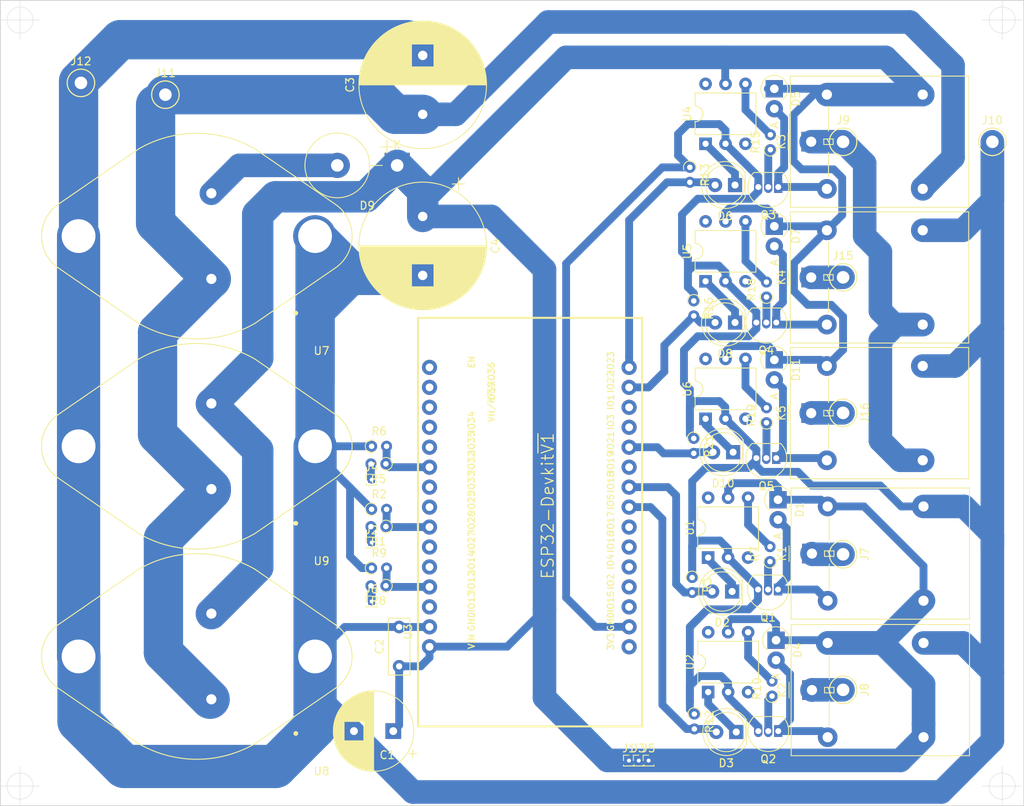
<source format=kicad_pcb>
(kicad_pcb (version 20171130) (host pcbnew 5.1.5+dfsg1-2build2)
  (title_block (title MCCB) (date 2021-09-08) (rev 1) (company Silicon4007) (comment 1 "Tec. Henrique Silva"))
  (layers (0 F.Cu signal) (31 B.Cu signal) (34 B.Paste user) (35 F.Paste user) (36 B.SilkS user) (37 F.SilkS user) (38 B.Mask user) (39 F.Mask user) (44 Edge.Cuts user))
  (net 0 "")
  (net 1 GND)
  (net 2 /5V)
  (net 3 /12V)
  (net 4 "Net-(D1-Pad2)")
  (net 5 "Net-(D2-Pad1)")
  (net 6 "Net-(D3-Pad1)")
  (net 7 "Net-(D4-Pad2)")
  (net 8 "Net-(D5-Pad2)")
  (net 9 "Net-(D6-Pad1)")
  (net 10 "Net-(D7-Pad2)")
  (net 11 "Net-(D8-Pad1)")
  (net 12 "Net-(D9-Pad2)")
  (net 13 "Net-(D10-Pad1)")
  (net 14 "Net-(D11-Pad2)")
  (net 15 "Net-(J4-Pad1)")
  (net 16 "Net-(J6-Pad1)")
  (net 17 "Net-(J8-Pad1)")
  (net 18 "Net-(Q1-Pad2)")
  (net 19 "Net-(Q2-Pad2)")
  (net 20 "Net-(Q3-Pad2)")
  (net 21 "Net-(Q4-Pad2)")
  (net 22 "Net-(Q5-Pad2)")
  (net 23 /IO_PEDAL_SW)
  (net 24 /IO_PONTE-VOLANTE-H1)
  (net 25 /IO_TURBO_SW)
  (net 26 "Net-(R7-Pad2)")
  (net 27 /IO_SENSE_SW)
  (net 28 "Net-(R10-Pad2)")
  (net 29 /IO_PONTE-VOLANTE-H2)
  (net 30 /IO_TURBO_RELAY)
  (net 31 "Net-(R15-Pad2)")
  (net 32 /IO_PONTE-MOTOR-H1)
  (net 33 "Net-(R18-Pad2)")
  (net 34 "Net-(R19-Pad2)")
  (net 35 /IO_PONTE-MOTOR-H2)
  (net 36 "Net-(U1-Pad6)")
  (net 37 "Net-(U1-Pad3)")
  (net 38 "Net-(U2-Pad6)")
  (net 39 "Net-(U2-Pad3)")
  (net 40 "Net-(U3-Pad3V3)")
  (net 41 "Net-(U3-PadD15)")
  (net 42 "Net-(U3-PadD2)")
  (net 43 "Net-(U3-PadD4)")
  (net 44 "Net-(U3-PadD16)")
  (net 45 "Net-(U3-PadD17)")
  (net 46 "Net-(U3-PadD3)")
  (net 47 "Net-(U3-PadD1)")
  (net 48 "Net-(U3-PadD25)")
  (net 49 "Net-(U3-PadD33)")
  (net 50 "Net-(U3-PadD35)")
  (net 51 "Net-(U3-PadD34)")
  (net 52 "Net-(U3-PadD39)")
  (net 53 "Net-(U3-PadD36)")
  (net 54 "Net-(U3-PadEN)")
  (net 55 "Net-(U4-Pad6)")
  (net 56 "Net-(U4-Pad3)")
  (net 57 "Net-(U5-Pad6)")
  (net 58 "Net-(U5-Pad3)")
  (net 59 "Net-(U6-Pad6)")
  (net 60 "Net-(U6-Pad3)")
  (net 61 "Net-(J2-Pad1)")
  (net 62 "Net-(J7-Pad1)")
  (net 63 "Net-(J9-Pad1)")
  (net 64 "Net-(J15-Pad1)")
  (net 65 "Net-(J16-Pad1)")
  (net 66 "Net-(U3-PadD19)")
  (net 67 "Net-(U3-PadD13)")
  (net 68 "Net-(U3-PadD14)")
  (net 69 "Net-(U3-PadD27)")
  (module Connector_PinHeader_1.00mm:PinHeader_1x01_P1.00mm_Vertical (layer F.Cu) (at 107 114)
    (fp_text reference J6 (at 0 -1.56) (layer F.SilkS))
    (fp_text value SENSE)
    (pad 1 thru_hole rect (at 0 0) (size 0.85 0.85) (drill 0.5) (layers *.Cu *.Mask) (net 16 "Net-(J6-Pad1)"))
  )
  (module Connector_PinHeader_1.00mm:PinHeader_1x01_P1.00mm_Vertical (layer F.Cu) (at 142.25 134.25)
    (fp_text reference J5 (at 0 -1.56) (layer F.SilkS))
    (fp_text value SENSE)
    (pad 1 thru_hole rect (at 0 0) (size 0.85 0.85) (drill 0.5) (layers *.Cu *.Mask) (net 2 /5V))
  )
  (module Connector_PinHeader_1.00mm:PinHeader_1x01_P1.00mm_Vertical (layer F.Cu) (at 107 98.5)
    (fp_text reference J4 (at 0 -1.56) (layer F.SilkS))
    (fp_text value TURBO)
    (pad 1 thru_hole rect (at 0 0) (size 0.85 0.85) (drill 0.5) (layers *.Cu *.Mask) (net 15 "Net-(J4-Pad1)"))
  )
  (module Connector_PinHeader_1.00mm:PinHeader_1x01_P1.00mm_Vertical (layer F.Cu) (at 141 134.25)
    (fp_text reference J3 (at 0 -1.56) (layer F.SilkS))
    (fp_text value TURBO)
    (pad 1 thru_hole rect (at 0 0) (size 0.85 0.85) (drill 0.5) (layers *.Cu *.Mask) (net 2 /5V))
  )
  (module Connector_PinHeader_1.00mm:PinHeader_1x01_P1.00mm_Vertical (layer F.Cu) (at 107 106.5)
    (fp_text reference J2 (at 0 -1.56) (layer F.SilkS))
    (fp_text value PEDAL)
    (pad 1 thru_hole rect (at 0 0) (size 0.85 0.85) (drill 0.5) (layers *.Cu *.Mask) (net 61 "Net-(J2-Pad1)"))
  )
  (module Connector_PinHeader_1.00mm:PinHeader_1x01_P1.00mm_Vertical (layer F.Cu) (at 139.75 134.25)
    (fp_text reference J1 (at 0 -1.56) (layer F.SilkS))
    (fp_text value PEDAL)
    (pad 1 thru_hole rect (at 0 0) (size 0.85 0.85) (drill 0.5) (layers *.Cu *.Mask) (net 2 /5V))
  )
  (module TestPoint:TestPoint_Keystone_5005-5009_Compact (layer F.Cu) (at 167 90 270)
    (fp_text reference J16 (at 0 -2.75 90) (layer F.SilkS))
    (fp_text value MOTOR)
    (pad 1 thru_hole circle (at 0 0 270) (size 2.8 2.8) (drill 1.6) (layers *.Cu *.Mask) (net 65 "Net-(J16-Pad1)"))
  )
  (module TestPoint:TestPoint_Keystone_5005-5009_Compact (layer F.Cu) (at 167 72.75)
    (fp_text reference J15 (at 0 -2.75) (layer F.SilkS))
    (fp_text value MOTOR)
    (pad 1 thru_hole circle (at 0 0) (size 2.8 2.8) (drill 1.6) (layers *.Cu *.Mask) (net 64 "Net-(J15-Pad1)"))
  )
  (module TestPoint:TestPoint_Keystone_5005-5009_Compact (layer F.Cu) (at 70 48)
    (fp_text reference J12 (at 0 -2.75) (layer F.SilkS))
    (fp_text value BATT)
    (pad 1 thru_hole circle (at 0 0) (size 2.8 2.8) (drill 1.6) (layers *.Cu *.Mask) (net 1 GND))
  )
  (module TestPoint:TestPoint_Keystone_5005-5009_Compact (layer F.Cu) (at 80.75 49.5)
    (fp_text reference J11 (at 0 -2.75) (layer F.SilkS))
    (fp_text value BATT)
    (pad 1 thru_hole circle (at 0 0) (size 2.8 2.8) (drill 1.6) (layers *.Cu *.Mask) (net 3 /12V))
  )
  (module TestPoint:TestPoint_Keystone_5005-5009_Compact (layer F.Cu) (at 186 55.5)
    (fp_text reference J10 (at 0 -2.75) (layer F.SilkS))
    (fp_text value LIGHT)
    (pad 1 thru_hole circle (at 0 0) (size 2.8 2.8) (drill 1.6) (layers *.Cu *.Mask) (net 1 GND))
  )
  (module TestPoint:TestPoint_Keystone_5005-5009_Compact (layer F.Cu) (at 167 55.5)
    (fp_text reference J9 (at 0 -2.75) (layer F.SilkS))
    (fp_text value LIGHT)
    (pad 1 thru_hole circle (at 0 0) (size 2.8 2.8) (drill 1.6) (layers *.Cu *.Mask) (net 63 "Net-(J9-Pad1)"))
  )
  (module TestPoint:TestPoint_Keystone_5005-5009_Compact (layer F.Cu) (at 167 125.25 270)
    (fp_text reference J8 (at 0 -2.75 90) (layer F.SilkS))
    (fp_text value VOLANTE)
    (pad 1 thru_hole circle (at 0 0 270) (size 2.8 2.8) (drill 1.6) (layers *.Cu *.Mask) (net 17 "Net-(J8-Pad1)"))
  )
  (module TestPoint:TestPoint_Keystone_5005-5009_Compact (layer F.Cu) (at 167 108 270)
    (fp_text reference J7 (at 0 -2.75 90) (layer F.SilkS))
    (fp_text value VOLANTE)
    (pad 1 thru_hole circle (at 0 0 270) (size 2.8 2.8) (drill 1.6) (layers *.Cu *.Mask) (net 62 "Net-(J7-Pad1)"))
  )
  (module Relay_THT:Relay_SPDT_Omron-G5LE-1 (layer F.Cu) (at 162.94 55.488 90)
    (fp_text reference K3 (at 0 -3.8 90) (layer F.SilkS))
    (fp_text value TURBO_RELAY)
    (pad 5 thru_hole oval (at 6 2 90) (size 2.5 2.5) (drill 1.3) (layers *.Cu *.Mask) (net 2 /5V))
    (pad 4 thru_hole oval (at 6 14.2 90) (size 2.5 2.5) (drill 1.3) (layers *.Cu *.Mask) (net 2 /5V))
    (pad 3 thru_hole oval (at -6 14.2 90) (size 2.5 2.5) (drill 1.3) (layers *.Cu *.Mask) (net 3 /12V))
    (pad 2 thru_hole oval (at -6 2 90) (size 2.5 2.5) (drill 1.3) (layers *.Cu *.Mask) (net 8 "Net-(D5-Pad2)"))
    (pad 1 thru_hole rect (at 0 0 90) (size 2.5 2.5) (drill 1.3) (layers *.Cu *.Mask) (net 63 "Net-(J9-Pad1)"))
  )
  (module Package_TO_SOT_THT:TO-92_Inline (layer F.Cu) (at 158.5 95.75 180)
    (fp_text reference Q5 (at 1.27 -3.56) (layer F.SilkS))
    (fp_text value BC549)
    (pad 1 thru_hole rect (at 0 0 180) (size 1.05 1.5) (drill 0.75) (layers *.Cu *.Mask) (net 14 "Net-(D11-Pad2)"))
    (pad 3 thru_hole oval (at 2.54 0 180) (size 1.05 1.5) (drill 0.75) (layers *.Cu *.Mask) (net 1 GND))
    (pad 2 thru_hole oval (at 1.27 0 180) (size 1.05 1.5) (drill 0.75) (layers *.Cu *.Mask) (net 22 "Net-(Q5-Pad2)"))
  )
  (module LM323:TO-3 (layer F.Cu) (at 84.75 94.25 180)
    (fp_text reference U9 (at -15.875 -14.605) (layer F.SilkS))
    (fp_text value LM323K)
    (pad 2 thru_hole circle (at -1.85 5.45 180) (size 1.95 1.95) (drill 1.3) (layers *.Cu *.Mask) (net 2 /5V))
    (pad 1 thru_hole rect (at -1.85 -5.45 180) (size 1.95 1.95) (drill 1.3) (layers *.Cu *.Mask) (net 3 /12V))
    (pad 3 thru_hole circle (at 15.05 0 180) (size 5.316 5.316) (drill 4.3) (layers *.Cu *.Mask) (net 1 GND))
    (pad 3 thru_hole circle (at -15.05 0 180) (size 5.316 5.316) (drill 4.3) (layers *.Cu *.Mask) (net 1 GND))
  )
  (module LM323:TO-3 (layer F.Cu) (at 84.75 121 180)
    (fp_text reference U8 (at -15.875 -14.605) (layer F.SilkS))
    (fp_text value LM323K)
    (pad 2 thru_hole circle (at -1.85 5.45 180) (size 1.95 1.95) (drill 1.3) (layers *.Cu *.Mask) (net 2 /5V))
    (pad 1 thru_hole rect (at -1.85 -5.45 180) (size 1.95 1.95) (drill 1.3) (layers *.Cu *.Mask) (net 3 /12V))
    (pad 3 thru_hole circle (at 15.05 0 180) (size 5.316 5.316) (drill 4.3) (layers *.Cu *.Mask) (net 1 GND))
    (pad 3 thru_hole circle (at -15.05 0 180) (size 5.316 5.316) (drill 4.3) (layers *.Cu *.Mask) (net 1 GND))
  )
  (module LM323:TO-3 (layer F.Cu) (at 84.75 67.5 180)
    (fp_text reference U7 (at -15.875 -14.605) (layer F.SilkS))
    (fp_text value LM323K)
    (pad 2 thru_hole circle (at -1.85 5.45 180) (size 1.95 1.95) (drill 1.3) (layers *.Cu *.Mask) (net 12 "Net-(D9-Pad2)"))
    (pad 1 thru_hole rect (at -1.85 -5.45 180) (size 1.95 1.95) (drill 1.3) (layers *.Cu *.Mask) (net 3 /12V))
    (pad 3 thru_hole circle (at 15.05 0 180) (size 5.316 5.316) (drill 4.3) (layers *.Cu *.Mask) (net 1 GND))
    (pad 3 thru_hole circle (at -15.05 0 180) (size 5.316 5.316) (drill 4.3) (layers *.Cu *.Mask) (net 1 GND))
  )
  (module Diode_THT:D_DO-41_SOD81_P2.54mm_Vertical_AnodeUp (layer F.Cu) (at 158.25 83.25 270)
    (fp_text reference D11 (at 1.27 -2.750635 90) (layer F.SilkS))
    (fp_text value 1N47xxA)
    (fp_text user A (at 4.64 0 90) (layer F.SilkS))
    (pad 2 thru_hole oval (at 2.54 0 270) (size 2.2 2.2) (drill 1.1) (layers *.Cu *.Mask) (net 14 "Net-(D11-Pad2)"))
    (pad 1 thru_hole rect (at 0 0 270) (size 2.2 2.2) (drill 1.1) (layers *.Cu *.Mask) (net 2 /5V))
  )
  (module Diode_THT:D_DO-41_SOD81_P2.54mm_Vertical_AnodeUp (layer F.Cu) (at 158.25 66.25 270)
    (fp_text reference D7 (at 1.27 -2.750635 90) (layer F.SilkS))
    (fp_text value 1N47xxA)
    (fp_text user A (at 4.64 0 90) (layer F.SilkS))
    (pad 2 thru_hole oval (at 2.54 0 270) (size 2.2 2.2) (drill 1.1) (layers *.Cu *.Mask) (net 10 "Net-(D7-Pad2)"))
    (pad 1 thru_hole rect (at 0 0 270) (size 2.2 2.2) (drill 1.1) (layers *.Cu *.Mask) (net 2 /5V))
  )
  (module Diode_THT:D_DO-41_SOD81_P2.54mm_Vertical_AnodeUp (layer F.Cu) (at 158.25 48.75 270)
    (fp_text reference D5 (at 1.27 -2.750635 90) (layer F.SilkS))
    (fp_text value 1N47xxA)
    (fp_text user A (at 4.64 0 90) (layer F.SilkS))
    (pad 2 thru_hole oval (at 2.54 0 270) (size 2.2 2.2) (drill 1.1) (layers *.Cu *.Mask) (net 8 "Net-(D5-Pad2)"))
    (pad 1 thru_hole rect (at 0 0 270) (size 2.2 2.2) (drill 1.1) (layers *.Cu *.Mask) (net 2 /5V))
  )
  (module Diode_THT:D_DO-41_SOD81_P2.54mm_Vertical_AnodeUp (layer F.Cu) (at 158.47 118.93 270)
    (fp_text reference D4 (at 1.27 -2.750635 90) (layer F.SilkS))
    (fp_text value 1N47xxA)
    (fp_text user A (at 4.64 0 90) (layer F.SilkS))
    (pad 2 thru_hole oval (at 2.54 0 270) (size 2.2 2.2) (drill 1.1) (layers *.Cu *.Mask) (net 7 "Net-(D4-Pad2)"))
    (pad 1 thru_hole rect (at 0 0 270) (size 2.2 2.2) (drill 1.1) (layers *.Cu *.Mask) (net 2 /5V))
  )
  (module Diode_THT:D_DO-41_SOD81_P2.54mm_Vertical_AnodeUp (layer F.Cu) (at 158.72 101.05 270)
    (fp_text reference D1 (at 1.27 -2.750635 90) (layer F.SilkS))
    (fp_text value 1N47xxA)
    (fp_text user A (at 4.64 0 90) (layer F.SilkS))
    (pad 2 thru_hole oval (at 2.54 0 270) (size 2.2 2.2) (drill 1.1) (layers *.Cu *.Mask) (net 4 "Net-(D1-Pad2)"))
    (pad 1 thru_hole rect (at 0 0 270) (size 2.2 2.2) (drill 1.1) (layers *.Cu *.Mask) (net 2 /5V))
  )
  (module Package_DIP:DIP-6_W7.62mm (layer F.Cu) (at 149.5 90.75 90)
    (fp_text reference U6 (at 3.81 -2.33 90) (layer F.SilkS))
    (fp_text value 4N35)
    (pad 6 thru_hole oval (at 7.62 0 90) (size 1.6 1.6) (drill 0.8) (layers *.Cu *.Mask) (net 59 "Net-(U6-Pad6)"))
    (pad 3 thru_hole oval (at 0 5.08 90) (size 1.6 1.6) (drill 0.8) (layers *.Cu *.Mask) (net 60 "Net-(U6-Pad3)"))
    (pad 5 thru_hole oval (at 7.62 2.54 90) (size 1.6 1.6) (drill 0.8) (layers *.Cu *.Mask) (net 2 /5V))
    (pad 2 thru_hole oval (at 0 2.54 90) (size 1.6 1.6) (drill 0.8) (layers *.Cu *.Mask) (net 1 GND))
    (pad 4 thru_hole oval (at 7.62 5.08 90) (size 1.6 1.6) (drill 0.8) (layers *.Cu *.Mask) (net 34 "Net-(R19-Pad2)"))
    (pad 1 thru_hole rect (at 0 0 90) (size 1.6 1.6) (drill 0.8) (layers *.Cu *.Mask) (net 13 "Net-(D10-Pad1)"))
  )
  (module Package_DIP:DIP-6_W7.62mm (layer F.Cu) (at 149.5 73.25 90)
    (fp_text reference U5 (at 3.81 -2.33 90) (layer F.SilkS))
    (fp_text value 4N35)
    (pad 6 thru_hole oval (at 7.62 0 90) (size 1.6 1.6) (drill 0.8) (layers *.Cu *.Mask) (net 57 "Net-(U5-Pad6)"))
    (pad 3 thru_hole oval (at 0 5.08 90) (size 1.6 1.6) (drill 0.8) (layers *.Cu *.Mask) (net 58 "Net-(U5-Pad3)"))
    (pad 5 thru_hole oval (at 7.62 2.54 90) (size 1.6 1.6) (drill 0.8) (layers *.Cu *.Mask) (net 2 /5V))
    (pad 2 thru_hole oval (at 0 2.54 90) (size 1.6 1.6) (drill 0.8) (layers *.Cu *.Mask) (net 1 GND))
    (pad 4 thru_hole oval (at 7.62 5.08 90) (size 1.6 1.6) (drill 0.8) (layers *.Cu *.Mask) (net 33 "Net-(R18-Pad2)"))
    (pad 1 thru_hole rect (at 0 0 90) (size 1.6 1.6) (drill 0.8) (layers *.Cu *.Mask) (net 11 "Net-(D8-Pad1)"))
  )
  (module Package_DIP:DIP-6_W7.62mm (layer F.Cu) (at 149.5 55.75 90)
    (fp_text reference U4 (at 3.81 -2.33 90) (layer F.SilkS))
    (fp_text value 4N35)
    (pad 6 thru_hole oval (at 7.62 0 90) (size 1.6 1.6) (drill 0.8) (layers *.Cu *.Mask) (net 55 "Net-(U4-Pad6)"))
    (pad 3 thru_hole oval (at 0 5.08 90) (size 1.6 1.6) (drill 0.8) (layers *.Cu *.Mask) (net 56 "Net-(U4-Pad3)"))
    (pad 5 thru_hole oval (at 7.62 2.54 90) (size 1.6 1.6) (drill 0.8) (layers *.Cu *.Mask) (net 2 /5V))
    (pad 2 thru_hole oval (at 0 2.54 90) (size 1.6 1.6) (drill 0.8) (layers *.Cu *.Mask) (net 1 GND))
    (pad 4 thru_hole oval (at 7.62 5.08 90) (size 1.6 1.6) (drill 0.8) (layers *.Cu *.Mask) (net 31 "Net-(R15-Pad2)"))
    (pad 1 thru_hole rect (at 0 0 90) (size 1.6 1.6) (drill 0.8) (layers *.Cu *.Mask) (net 9 "Net-(D6-Pad1)"))
  )
  (module NODEMCU_ESP32_DEVKIT_V1:ESP32-DEVKITV1 (layer F.Cu) (at 127.5 103.25 90)
    (fp_text reference U3 (at -14.605 -15.875 90) (layer F.SilkS))
    (fp_text value ESP32DEVKITV1)
    (fp_text user 3V3 (at -15.86 9.93 90) (layer F.SilkS) (effects (font (size 0.8 0.8))))
    (fp_text user GND (at -13.32 9.93 90) (layer F.SilkS) (effects (font (size 0.8 0.8))))
    (fp_text user IO15 (at -10.78 9.93 90) (layer F.SilkS) (effects (font (size 0.8 0.8))))
    (fp_text user IO2 (at -8.24 9.93 90) (layer F.SilkS) (effects (font (size 0.8 0.8))))
    (fp_text user IO4 (at -5.7 9.93 90) (layer F.SilkS) (effects (font (size 0.8 0.8))))
    (fp_text user IO16 (at -3.16 9.93 90) (layer F.SilkS) (effects (font (size 0.8 0.8))))
    (fp_text user IO17 (at -0.62 9.93 90) (layer F.SilkS) (effects (font (size 0.8 0.8))))
    (fp_text user IO5 (at 1.92 9.93 90) (layer F.SilkS) (effects (font (size 0.8 0.8))))
    (fp_text user IO18 (at 4.46 9.93 90) (layer F.SilkS) (effects (font (size 0.8 0.8))))
    (fp_text user IO19 (at 7 9.93 90) (layer F.SilkS) (effects (font (size 0.8 0.8))))
    (fp_text user IO21 (at 9.54 9.93 90) (layer F.SilkS) (effects (font (size 0.8 0.8))))
    (fp_text user IO3 (at 12.08 9.93 90) (layer F.SilkS) (effects (font (size 0.8 0.8))))
    (fp_text user IO1 (at 14.62 9.93 90) (layer F.SilkS) (effects (font (size 0.8 0.8))))
    (fp_text user IO22 (at 17.16 9.93 90) (layer F.SilkS) (effects (font (size 0.8 0.8))))
    (fp_text user IO23 (at 19.7 9.93 90) (layer F.SilkS) (effects (font (size 0.8 0.8))))
    (fp_text user VIN (at -15.84 -7.79 90) (layer F.SilkS) (effects (font (size 0.8 0.8))))
    (fp_text user GND (at -13.3 -7.79 90) (layer F.SilkS) (effects (font (size 0.8 0.8))))
    (fp_text user IO13 (at -10.76 -7.79 90) (layer F.SilkS) (effects (font (size 0.8 0.8))))
    (fp_text user IO12 (at -8.22 -7.79 90) (layer F.SilkS) (effects (font (size 0.8 0.8))))
    (fp_text user IO14 (at -5.68 -7.79 90) (layer F.SilkS) (effects (font (size 0.8 0.8))))
    (fp_text user IO27 (at -3.14 -7.79 90) (layer F.SilkS) (effects (font (size 0.8 0.8))))
    (fp_text user IO26 (at -0.6 -7.79 90) (layer F.SilkS) (effects (font (size 0.8 0.8))))
    (fp_text user IO25 (at 1.94 -7.79 90) (layer F.SilkS) (effects (font (size 0.8 0.8))))
    (fp_text user IO33 (at 4.48 -7.79 90) (layer F.SilkS) (effects (font (size 0.8 0.8))))
    (fp_text user IO32 (at 7.02 -7.79 90) (layer F.SilkS) (effects (font (size 0.8 0.8))))
    (fp_text user IO35 (at 9.56 -7.79 90) (layer F.SilkS) (effects (font (size 0.8 0.8))))
    (fp_text user IO34 (at 12.1 -7.79 90) (layer F.SilkS) (effects (font (size 0.8 0.8))))
    (fp_text user VN/IO39 (at 14.64 -5.25 90) (layer F.SilkS) (effects (font (size 0.8 0.8))))
    (fp_text user VP/IO36 (at 17.18 -5.25 90) (layer F.SilkS) (effects (font (size 0.8 0.8))))
    (fp_text user EN (at 19.72 -7.79 90) (layer F.SilkS) (effects (font (size 0.8 0.8))))
    (fp_text user ESP32-Devkit~V1 (at 1.42 1.91 90) (layer F.SilkS) (effects (font (size 1.52 1.52))))
    (pad 3V3 thru_hole circle (at -16.52 12.27 90) (size 1.9304 1.9304) (drill 1) (layers *.Cu *.Mask) (net 40 "Net-(U3-Pad3V3)"))
    (pad GND@2 thru_hole circle (at -13.98 12.27 90) (size 1.9304 1.9304) (drill 1) (layers *.Cu *.Mask) (net 1 GND))
    (pad D15 thru_hole circle (at -11.44 12.27 90) (size 1.9304 1.9304) (drill 1) (layers *.Cu *.Mask) (net 41 "Net-(U3-PadD15)"))
    (pad D2 thru_hole circle (at -8.9 12.27 90) (size 1.9304 1.9304) (drill 1) (layers *.Cu *.Mask) (net 42 "Net-(U3-PadD2)"))
    (pad D4 thru_hole circle (at -6.36 12.27 90) (size 1.9304 1.9304) (drill 1) (layers *.Cu *.Mask) (net 43 "Net-(U3-PadD4)"))
    (pad D16 thru_hole circle (at -3.82 12.27 90) (size 1.9304 1.9304) (drill 1) (layers *.Cu *.Mask) (net 44 "Net-(U3-PadD16)"))
    (pad D17 thru_hole circle (at -1.28 12.27 90) (size 1.9304 1.9304) (drill 1) (layers *.Cu *.Mask) (net 45 "Net-(U3-PadD17)"))
    (pad D5 thru_hole circle (at 1.26 12.27 90) (size 1.9304 1.9304) (drill 1) (layers *.Cu *.Mask) (net 29 /IO_PONTE-VOLANTE-H2))
    (pad D18 thru_hole circle (at 3.8 12.27 90) (size 1.9304 1.9304) (drill 1) (layers *.Cu *.Mask) (net 24 /IO_PONTE-VOLANTE-H1))
    (pad D19 thru_hole circle (at 6.34 12.27 90) (size 1.9304 1.9304) (drill 1) (layers *.Cu *.Mask) (net 66 "Net-(U3-PadD19)"))
    (pad D21 thru_hole circle (at 8.88 12.27 90) (size 1.9304 1.9304) (drill 1) (layers *.Cu *.Mask) (net 35 /IO_PONTE-MOTOR-H2))
    (pad D3 thru_hole circle (at 11.42 12.27 90) (size 1.9304 1.9304) (drill 1) (layers *.Cu *.Mask) (net 46 "Net-(U3-PadD3)"))
    (pad D1 thru_hole circle (at 13.96 12.27 90) (size 1.9304 1.9304) (drill 1) (layers *.Cu *.Mask) (net 47 "Net-(U3-PadD1)"))
    (pad D22 thru_hole circle (at 16.5 12.27 90) (size 1.9304 1.9304) (drill 1) (layers *.Cu *.Mask) (net 32 /IO_PONTE-MOTOR-H1))
    (pad D23 thru_hole circle (at 19.04 12.27 90) (size 1.9304 1.9304) (drill 1) (layers *.Cu *.Mask) (net 30 /IO_TURBO_RELAY))
    (pad VIN thru_hole circle (at -16.52 -13.135 90) (size 1.9304 1.9304) (drill 1) (layers *.Cu *.Mask) (net 2 /5V))
    (pad GND@1 thru_hole circle (at -13.98 -13.135 90) (size 1.9304 1.9304) (drill 1) (layers *.Cu *.Mask) (net 1 GND))
    (pad D13 thru_hole circle (at -11.44 -13.135 90) (size 1.9304 1.9304) (drill 1) (layers *.Cu *.Mask) (net 67 "Net-(U3-PadD13)"))
    (pad D12 thru_hole circle (at -8.9 -13.135 90) (size 1.9304 1.9304) (drill 1) (layers *.Cu *.Mask) (net 27 /IO_SENSE_SW))
    (pad D14 thru_hole circle (at -6.36 -13.135 90) (size 1.9304 1.9304) (drill 1) (layers *.Cu *.Mask) (net 68 "Net-(U3-PadD14)"))
    (pad D27 thru_hole circle (at -3.82 -13.135 90) (size 1.9304 1.9304) (drill 1) (layers *.Cu *.Mask) (net 69 "Net-(U3-PadD27)"))
    (pad D26 thru_hole circle (at -1.28 -13.135 90) (size 1.9304 1.9304) (drill 1) (layers *.Cu *.Mask) (net 23 /IO_PEDAL_SW))
    (pad D25 thru_hole circle (at 1.26 -13.135 90) (size 1.9304 1.9304) (drill 1) (layers *.Cu *.Mask) (net 48 "Net-(U3-PadD25)"))
    (pad D33 thru_hole circle (at 3.8 -13.135 90) (size 1.9304 1.9304) (drill 1) (layers *.Cu *.Mask) (net 49 "Net-(U3-PadD33)"))
    (pad D32 thru_hole circle (at 6.34 -13.135 90) (size 1.9304 1.9304) (drill 1) (layers *.Cu *.Mask) (net 25 /IO_TURBO_SW))
    (pad D35 thru_hole circle (at 8.88 -13.135 90) (size 1.9304 1.9304) (drill 1) (layers *.Cu *.Mask) (net 50 "Net-(U3-PadD35)"))
    (pad D34 thru_hole circle (at 11.42 -13.135 90) (size 1.9304 1.9304) (drill 1) (layers *.Cu *.Mask) (net 51 "Net-(U3-PadD34)"))
    (pad D39 thru_hole circle (at 13.96 -13.135 90) (size 1.9304 1.9304) (drill 1) (layers *.Cu *.Mask) (net 52 "Net-(U3-PadD39)"))
    (pad D36 thru_hole circle (at 16.5 -13.135 90) (size 1.9304 1.9304) (drill 1) (layers *.Cu *.Mask) (net 53 "Net-(U3-PadD36)"))
    (pad EN thru_hole circle (at 19.04 -13.135 90) (size 1.9304 1.9304) (drill 1) (layers *.Cu *.Mask) (net 54 "Net-(U3-PadEN)"))
  )
  (module Package_DIP:DIP-6_W7.62mm (layer F.Cu) (at 149.834 125.534 90)
    (fp_text reference U2 (at 3.81 -2.33 90) (layer F.SilkS))
    (fp_text value 4N35)
    (pad 6 thru_hole oval (at 7.62 0 90) (size 1.6 1.6) (drill 0.8) (layers *.Cu *.Mask) (net 38 "Net-(U2-Pad6)"))
    (pad 3 thru_hole oval (at 0 5.08 90) (size 1.6 1.6) (drill 0.8) (layers *.Cu *.Mask) (net 39 "Net-(U2-Pad3)"))
    (pad 5 thru_hole oval (at 7.62 2.54 90) (size 1.6 1.6) (drill 0.8) (layers *.Cu *.Mask) (net 2 /5V))
    (pad 2 thru_hole oval (at 0 2.54 90) (size 1.6 1.6) (drill 0.8) (layers *.Cu *.Mask) (net 1 GND))
    (pad 4 thru_hole oval (at 7.62 5.08 90) (size 1.6 1.6) (drill 0.8) (layers *.Cu *.Mask) (net 28 "Net-(R10-Pad2)"))
    (pad 1 thru_hole rect (at 0 0 90) (size 1.6 1.6) (drill 0.8) (layers *.Cu *.Mask) (net 6 "Net-(D3-Pad1)"))
  )
  (module Package_DIP:DIP-6_W7.62mm (layer F.Cu) (at 149.83 108.416 90)
    (fp_text reference U1 (at 3.81 -2.33 90) (layer F.SilkS))
    (fp_text value 4N35)
    (pad 6 thru_hole oval (at 7.62 0 90) (size 1.6 1.6) (drill 0.8) (layers *.Cu *.Mask) (net 36 "Net-(U1-Pad6)"))
    (pad 3 thru_hole oval (at 0 5.08 90) (size 1.6 1.6) (drill 0.8) (layers *.Cu *.Mask) (net 37 "Net-(U1-Pad3)"))
    (pad 5 thru_hole oval (at 7.62 2.54 90) (size 1.6 1.6) (drill 0.8) (layers *.Cu *.Mask) (net 2 /5V))
    (pad 2 thru_hole oval (at 0 2.54 90) (size 1.6 1.6) (drill 0.8) (layers *.Cu *.Mask) (net 1 GND))
    (pad 4 thru_hole oval (at 7.62 5.08 90) (size 1.6 1.6) (drill 0.8) (layers *.Cu *.Mask) (net 26 "Net-(R7-Pad2)"))
    (pad 1 thru_hole rect (at 0 0 90) (size 1.6 1.6) (drill 0.8) (layers *.Cu *.Mask) (net 5 "Net-(D2-Pad1)"))
  )
  (module Resistor_THT:R_Axial_DIN0204_L3.6mm_D1.6mm_P1.90mm_Vertical (layer F.Cu) (at 148 93.25 270)
    (fp_text reference R21 (at 0.95 -1.92 90) (layer F.SilkS))
    (fp_text value 120K)
    (pad 2 thru_hole oval (at 1.9 0 270) (size 1.4 1.4) (drill 0.7) (layers *.Cu *.Mask) (net 35 /IO_PONTE-MOTOR-H2))
    (pad 1 thru_hole circle (at 0 0 270) (size 1.4 1.4) (drill 0.7) (layers *.Cu *.Mask) (net 1 GND))
  )
  (module Resistor_THT:R_Axial_DIN0204_L3.6mm_D1.6mm_P1.90mm_Vertical (layer F.Cu) (at 157.25 91.25 90)
    (fp_text reference R19 (at 0.95 -1.92 90) (layer F.SilkS))
    (fp_text value 10K)
    (pad 2 thru_hole oval (at 1.9 0 90) (size 1.4 1.4) (drill 0.7) (layers *.Cu *.Mask) (net 34 "Net-(R19-Pad2)"))
    (pad 1 thru_hole circle (at 0 0 90) (size 1.4 1.4) (drill 0.7) (layers *.Cu *.Mask) (net 22 "Net-(Q5-Pad2)"))
  )
  (module Resistor_THT:R_Axial_DIN0204_L3.6mm_D1.6mm_P1.90mm_Vertical (layer F.Cu) (at 157.25 75.25 90)
    (fp_text reference R18 (at 0.95 -1.92 90) (layer F.SilkS))
    (fp_text value 10K)
    (pad 2 thru_hole oval (at 1.9 0 90) (size 1.4 1.4) (drill 0.7) (layers *.Cu *.Mask) (net 33 "Net-(R18-Pad2)"))
    (pad 1 thru_hole circle (at 0 0 90) (size 1.4 1.4) (drill 0.7) (layers *.Cu *.Mask) (net 21 "Net-(Q4-Pad2)"))
  )
  (module Resistor_THT:R_Axial_DIN0204_L3.6mm_D1.6mm_P1.90mm_Vertical (layer F.Cu) (at 148 75.75 270)
    (fp_text reference R16 (at 0.95 -1.92 90) (layer F.SilkS))
    (fp_text value 120K)
    (pad 2 thru_hole oval (at 1.9 0 270) (size 1.4 1.4) (drill 0.7) (layers *.Cu *.Mask) (net 32 /IO_PONTE-MOTOR-H1))
    (pad 1 thru_hole circle (at 0 0 270) (size 1.4 1.4) (drill 0.7) (layers *.Cu *.Mask) (net 1 GND))
  )
  (module Resistor_THT:R_Axial_DIN0204_L3.6mm_D1.6mm_P1.90mm_Vertical (layer F.Cu) (at 157.75 56.5 90)
    (fp_text reference R15 (at 0.95 -1.92 90) (layer F.SilkS))
    (fp_text value 10K)
    (pad 2 thru_hole oval (at 1.9 0 90) (size 1.4 1.4) (drill 0.7) (layers *.Cu *.Mask) (net 31 "Net-(R15-Pad2)"))
    (pad 1 thru_hole circle (at 0 0 90) (size 1.4 1.4) (drill 0.7) (layers *.Cu *.Mask) (net 20 "Net-(Q3-Pad2)"))
  )
  (module Resistor_THT:R_Axial_DIN0204_L3.6mm_D1.6mm_P1.90mm_Vertical (layer F.Cu) (at 147.5 58.75 270)
    (fp_text reference R13 (at 0.95 -1.92 90) (layer F.SilkS))
    (fp_text value 120K)
    (pad 2 thru_hole oval (at 1.9 0 270) (size 1.4 1.4) (drill 0.7) (layers *.Cu *.Mask) (net 30 /IO_TURBO_RELAY))
    (pad 1 thru_hole circle (at 0 0 270) (size 1.4 1.4) (drill 0.7) (layers *.Cu *.Mask) (net 1 GND))
  )
  (module Resistor_THT:R_Axial_DIN0204_L3.6mm_D1.6mm_P1.90mm_Vertical (layer F.Cu) (at 148.072 128.328 270)
    (fp_text reference R12 (at 0.95 -1.92 90) (layer F.SilkS))
    (fp_text value 120K)
    (pad 2 thru_hole oval (at 1.9 0 270) (size 1.4 1.4) (drill 0.7) (layers *.Cu *.Mask) (net 29 /IO_PONTE-VOLANTE-H2))
    (pad 1 thru_hole circle (at 0 0 270) (size 1.4 1.4) (drill 0.7) (layers *.Cu *.Mask) (net 1 GND))
  )
  (module Resistor_THT:R_Axial_DIN0204_L3.6mm_D1.6mm_P1.90mm_Vertical (layer F.Cu) (at 157.962 126.042 90)
    (fp_text reference R10 (at 0.95 -1.92 90) (layer F.SilkS))
    (fp_text value 10K)
    (pad 2 thru_hole oval (at 1.9 0 90) (size 1.4 1.4) (drill 0.7) (layers *.Cu *.Mask) (net 28 "Net-(R10-Pad2)"))
    (pad 1 thru_hole circle (at 0 0 90) (size 1.4 1.4) (drill 0.7) (layers *.Cu *.Mask) (net 19 "Net-(Q2-Pad2)"))
  )
  (module Resistor_THT:R_Axial_DIN0204_L3.6mm_D1.6mm_P1.90mm_Vertical (layer F.Cu) (at 107 109.75)
    (fp_text reference R9 (at 0.95 -1.92) (layer F.SilkS))
    (fp_text value 120K)
    (pad 2 thru_hole oval (at 1.9 0) (size 1.4 1.4) (drill 0.7) (layers *.Cu *.Mask) (net 27 /IO_SENSE_SW))
    (pad 1 thru_hole circle (at 0 0) (size 1.4 1.4) (drill 0.7) (layers *.Cu *.Mask) (net 1 GND))
  )
  (module Resistor_THT:R_Axial_DIN0204_L3.6mm_D1.6mm_P1.90mm_Vertical (layer F.Cu) (at 108.81 112 180)
    (fp_text reference R8 (at 0.95 -1.92) (layer F.SilkS))
    (fp_text value 100k)
    (pad 2 thru_hole oval (at 1.9 0 180) (size 1.4 1.4) (drill 0.7) (layers *.Cu *.Mask) (net 16 "Net-(J6-Pad1)"))
    (pad 1 thru_hole circle (at 0 0 180) (size 1.4 1.4) (drill 0.7) (layers *.Cu *.Mask) (net 27 /IO_SENSE_SW))
  )
  (module Resistor_THT:R_Axial_DIN0204_L3.6mm_D1.6mm_P1.90mm_Vertical (layer F.Cu) (at 157.704 108.924 90)
    (fp_text reference R7 (at 0.95 -1.92 90) (layer F.SilkS))
    (fp_text value 10K)
    (pad 2 thru_hole oval (at 1.9 0 90) (size 1.4 1.4) (drill 0.7) (layers *.Cu *.Mask) (net 26 "Net-(R7-Pad2)"))
    (pad 1 thru_hole circle (at 0 0 90) (size 1.4 1.4) (drill 0.7) (layers *.Cu *.Mask) (net 18 "Net-(Q1-Pad2)"))
  )
  (module Resistor_THT:R_Axial_DIN0204_L3.6mm_D1.6mm_P1.90mm_Vertical (layer F.Cu) (at 107 94.25)
    (fp_text reference R6 (at 0.95 -1.92) (layer F.SilkS))
    (fp_text value 120K)
    (pad 2 thru_hole oval (at 1.9 0) (size 1.4 1.4) (drill 0.7) (layers *.Cu *.Mask) (net 25 /IO_TURBO_SW))
    (pad 1 thru_hole circle (at 0 0) (size 1.4 1.4) (drill 0.7) (layers *.Cu *.Mask) (net 1 GND))
  )
  (module Resistor_THT:R_Axial_DIN0204_L3.6mm_D1.6mm_P1.90mm_Vertical (layer F.Cu) (at 108.81 96.49 180)
    (fp_text reference R5 (at 0.95 -1.92) (layer F.SilkS))
    (fp_text value 100k)
    (pad 2 thru_hole oval (at 1.9 0 180) (size 1.4 1.4) (drill 0.7) (layers *.Cu *.Mask) (net 15 "Net-(J4-Pad1)"))
    (pad 1 thru_hole circle (at 0 0 180) (size 1.4 1.4) (drill 0.7) (layers *.Cu *.Mask) (net 25 /IO_TURBO_SW))
  )
  (module Resistor_THT:R_Axial_DIN0204_L3.6mm_D1.6mm_P1.90mm_Vertical (layer F.Cu) (at 147.798 110.956 270)
    (fp_text reference R3 (at 0.95 -1.92 90) (layer F.SilkS))
    (fp_text value 120K)
    (pad 2 thru_hole oval (at 1.9 0 270) (size 1.4 1.4) (drill 0.7) (layers *.Cu *.Mask) (net 24 /IO_PONTE-VOLANTE-H1))
    (pad 1 thru_hole circle (at 0 0 270) (size 1.4 1.4) (drill 0.7) (layers *.Cu *.Mask) (net 1 GND))
  )
  (module Resistor_THT:R_Axial_DIN0204_L3.6mm_D1.6mm_P1.90mm_Vertical (layer F.Cu) (at 107 102.27)
    (fp_text reference R2 (at 0.95 -1.92) (layer F.SilkS))
    (fp_text value 120K)
    (pad 2 thru_hole oval (at 1.9 0) (size 1.4 1.4) (drill 0.7) (layers *.Cu *.Mask) (net 23 /IO_PEDAL_SW))
    (pad 1 thru_hole circle (at 0 0) (size 1.4 1.4) (drill 0.7) (layers *.Cu *.Mask) (net 1 GND))
  )
  (module Resistor_THT:R_Axial_DIN0204_L3.6mm_D1.6mm_P1.90mm_Vertical (layer F.Cu) (at 108.81 104.47 180)
    (fp_text reference R1 (at 0.95 -1.92) (layer F.SilkS))
    (fp_text value 100k)
    (pad 2 thru_hole oval (at 1.9 0 180) (size 1.4 1.4) (drill 0.7) (layers *.Cu *.Mask) (net 61 "Net-(J2-Pad1)"))
    (pad 1 thru_hole circle (at 0 0 180) (size 1.4 1.4) (drill 0.7) (layers *.Cu *.Mask) (net 23 /IO_PEDAL_SW))
  )
  (module Package_TO_SOT_THT:TO-92_Inline (layer F.Cu) (at 158.5 78.5 180)
    (fp_text reference Q4 (at 1.27 -3.56) (layer F.SilkS))
    (fp_text value BC549)
    (pad 1 thru_hole rect (at 0 0 180) (size 1.05 1.5) (drill 0.75) (layers *.Cu *.Mask) (net 10 "Net-(D7-Pad2)"))
    (pad 3 thru_hole oval (at 2.54 0 180) (size 1.05 1.5) (drill 0.75) (layers *.Cu *.Mask) (net 1 GND))
    (pad 2 thru_hole oval (at 1.27 0 180) (size 1.05 1.5) (drill 0.75) (layers *.Cu *.Mask) (net 21 "Net-(Q4-Pad2)"))
  )
  (module Package_TO_SOT_THT:TO-92_Inline (layer F.Cu) (at 158.75 61.25 180)
    (fp_text reference Q3 (at 1.27 -3.56) (layer F.SilkS))
    (fp_text value BC549)
    (pad 1 thru_hole rect (at 0 0 180) (size 1.05 1.5) (drill 0.75) (layers *.Cu *.Mask) (net 8 "Net-(D5-Pad2)"))
    (pad 3 thru_hole oval (at 2.54 0 180) (size 1.05 1.5) (drill 0.75) (layers *.Cu *.Mask) (net 1 GND))
    (pad 2 thru_hole oval (at 1.27 0 180) (size 1.05 1.5) (drill 0.75) (layers *.Cu *.Mask) (net 20 "Net-(Q3-Pad2)"))
  )
  (module Package_TO_SOT_THT:TO-92_Inline (layer F.Cu) (at 158.75 130.5 180)
    (fp_text reference Q2 (at 1.27 -3.56) (layer F.SilkS))
    (fp_text value BC549)
    (pad 1 thru_hole rect (at 0 0 180) (size 1.05 1.5) (drill 0.75) (layers *.Cu *.Mask) (net 7 "Net-(D4-Pad2)"))
    (pad 3 thru_hole oval (at 2.54 0 180) (size 1.05 1.5) (drill 0.75) (layers *.Cu *.Mask) (net 1 GND))
    (pad 2 thru_hole oval (at 1.27 0 180) (size 1.05 1.5) (drill 0.75) (layers *.Cu *.Mask) (net 19 "Net-(Q2-Pad2)"))
  )
  (module Package_TO_SOT_THT:TO-92_Inline (layer F.Cu) (at 158.72 112.48 180)
    (fp_text reference Q1 (at 1.27 -3.56) (layer F.SilkS))
    (fp_text value BC549)
    (pad 1 thru_hole rect (at 0 0 180) (size 1.05 1.5) (drill 0.75) (layers *.Cu *.Mask) (net 4 "Net-(D1-Pad2)"))
    (pad 3 thru_hole oval (at 2.54 0 180) (size 1.05 1.5) (drill 0.75) (layers *.Cu *.Mask) (net 1 GND))
    (pad 2 thru_hole oval (at 1.27 0 180) (size 1.05 1.5) (drill 0.75) (layers *.Cu *.Mask) (net 18 "Net-(Q1-Pad2)"))
  )
  (module Relay_THT:Relay_SPDT_Omron-G5LE-1 (layer F.Cu) (at 162.94 90.032 90)
    (fp_text reference K5 (at 0 -3.8 90) (layer F.SilkS))
    (fp_text value MOTOR)
    (pad 5 thru_hole oval (at 6 2 90) (size 2.5 2.5) (drill 1.3) (layers *.Cu *.Mask) (net 2 /5V))
    (pad 4 thru_hole oval (at 6 14.2 90) (size 2.5 2.5) (drill 1.3) (layers *.Cu *.Mask) (net 1 GND))
    (pad 3 thru_hole oval (at -6 14.2 90) (size 2.5 2.5) (drill 1.3) (layers *.Cu *.Mask) (net 63 "Net-(J9-Pad1)"))
    (pad 2 thru_hole oval (at -6 2 90) (size 2.5 2.5) (drill 1.3) (layers *.Cu *.Mask) (net 14 "Net-(D11-Pad2)"))
    (pad 1 thru_hole rect (at 0 0 90) (size 2.5 2.5) (drill 1.3) (layers *.Cu *.Mask) (net 65 "Net-(J16-Pad1)"))
  )
  (module Relay_THT:Relay_SPDT_Omron-G5LE-1 (layer F.Cu) (at 162.94 72.76 90)
    (fp_text reference K4 (at 0 -3.8 90) (layer F.SilkS))
    (fp_text value MOTOR)
    (pad 5 thru_hole oval (at 6 2 90) (size 2.5 2.5) (drill 1.3) (layers *.Cu *.Mask) (net 2 /5V))
    (pad 4 thru_hole oval (at 6 14.2 90) (size 2.5 2.5) (drill 1.3) (layers *.Cu *.Mask) (net 1 GND))
    (pad 3 thru_hole oval (at -6 14.2 90) (size 2.5 2.5) (drill 1.3) (layers *.Cu *.Mask) (net 63 "Net-(J9-Pad1)"))
    (pad 2 thru_hole oval (at -6 2 90) (size 2.5 2.5) (drill 1.3) (layers *.Cu *.Mask) (net 10 "Net-(D7-Pad2)"))
    (pad 1 thru_hole rect (at 0 0 90) (size 2.5 2.5) (drill 1.3) (layers *.Cu *.Mask) (net 64 "Net-(J15-Pad1)"))
  )
  (module Relay_THT:Relay_SPDT_Omron-G5LE-1 (layer F.Cu) (at 163.042 125.28 90)
    (fp_text reference K2 (at 0 -3.8 90) (layer F.SilkS))
    (fp_text value VOLANTE)
    (pad 5 thru_hole oval (at 6 2 90) (size 2.5 2.5) (drill 1.3) (layers *.Cu *.Mask) (net 2 /5V))
    (pad 4 thru_hole oval (at 6 14.2 90) (size 2.5 2.5) (drill 1.3) (layers *.Cu *.Mask) (net 1 GND))
    (pad 3 thru_hole oval (at -6 14.2 90) (size 2.5 2.5) (drill 1.3) (layers *.Cu *.Mask) (net 2 /5V))
    (pad 2 thru_hole oval (at -6 2 90) (size 2.5 2.5) (drill 1.3) (layers *.Cu *.Mask) (net 7 "Net-(D4-Pad2)"))
    (pad 1 thru_hole rect (at 0 0 90) (size 2.5 2.5) (drill 1.3) (layers *.Cu *.Mask) (net 17 "Net-(J8-Pad1)"))
  )
  (module Relay_THT:Relay_SPDT_Omron-G5LE-1 (layer F.Cu) (at 163.038 107.908 90)
    (fp_text reference K1 (at 0 -3.8 90) (layer F.SilkS))
    (fp_text value VOLANTE)
    (pad 5 thru_hole oval (at 6 2 90) (size 2.5 2.5) (drill 1.3) (layers *.Cu *.Mask) (net 2 /5V))
    (pad 4 thru_hole oval (at 6 14.2 90) (size 2.5 2.5) (drill 1.3) (layers *.Cu *.Mask) (net 1 GND))
    (pad 3 thru_hole oval (at -6 14.2 90) (size 2.5 2.5) (drill 1.3) (layers *.Cu *.Mask) (net 2 /5V))
    (pad 2 thru_hole oval (at -6 2 90) (size 2.5 2.5) (drill 1.3) (layers *.Cu *.Mask) (net 4 "Net-(D1-Pad2)"))
    (pad 1 thru_hole rect (at 0 0 90) (size 2.5 2.5) (drill 1.3) (layers *.Cu *.Mask) (net 62 "Net-(J7-Pad1)"))
  )
  (module LED_THT:LED_D5.0mm (layer F.Cu) (at 153 95 180)
    (fp_text reference D10 (at 1.27 -3.96) (layer F.SilkS))
    (fp_text value MOTOR)
    (pad 2 thru_hole circle (at 2.54 0 180) (size 1.8 1.8) (drill 0.9) (layers *.Cu *.Mask) (net 35 /IO_PONTE-MOTOR-H2))
    (pad 1 thru_hole rect (at 0 0 180) (size 1.8 1.8) (drill 0.9) (layers *.Cu *.Mask) (net 13 "Net-(D10-Pad1)"))
  )
  (module Diode_THT:D_5KPW_P7.62mm_Vertical_KathodeUp (layer F.Cu) (at 110.25 58.5 180)
    (fp_text reference D9 (at 3.81 -5.12) (layer F.SilkS))
    (fp_text value D)
    (fp_text user K (at 0 2.6) (layer F.SilkS))
    (pad 2 thru_hole oval (at 7.62 0 180) (size 3.2 3.2) (drill 1.6) (layers *.Cu *.Mask) (net 12 "Net-(D9-Pad2)"))
    (pad 1 thru_hole rect (at 0 0 180) (size 3.2 3.2) (drill 1.6) (layers *.Cu *.Mask) (net 2 /5V))
  )
  (module LED_THT:LED_D5.0mm (layer F.Cu) (at 153.25 78.5 180)
    (fp_text reference D8 (at 1.27 -3.96) (layer F.SilkS))
    (fp_text value MOTOR)
    (pad 2 thru_hole circle (at 2.54 0 180) (size 1.8 1.8) (drill 0.9) (layers *.Cu *.Mask) (net 32 /IO_PONTE-MOTOR-H1))
    (pad 1 thru_hole rect (at 0 0 180) (size 1.8 1.8) (drill 0.9) (layers *.Cu *.Mask) (net 11 "Net-(D8-Pad1)"))
  )
  (module LED_THT:LED_D5.0mm (layer F.Cu) (at 153.25 61 180)
    (fp_text reference D6 (at 1.27 -3.96) (layer F.SilkS))
    (fp_text value TURBO)
    (pad 2 thru_hole circle (at 2.54 0 180) (size 1.8 1.8) (drill 0.9) (layers *.Cu *.Mask) (net 30 /IO_TURBO_RELAY))
    (pad 1 thru_hole rect (at 0 0 180) (size 1.8 1.8) (drill 0.9) (layers *.Cu *.Mask) (net 9 "Net-(D6-Pad1)"))
  )
  (module LED_THT:LED_D5.0mm (layer F.Cu) (at 153.406 130.614 180)
    (fp_text reference D3 (at 1.27 -3.96) (layer F.SilkS))
    (fp_text value VOLANTE)
    (pad 2 thru_hole circle (at 2.54 0 180) (size 1.8 1.8) (drill 0.9) (layers *.Cu *.Mask) (net 29 /IO_PONTE-VOLANTE-H2))
    (pad 1 thru_hole rect (at 0 0 180) (size 1.8 1.8) (drill 0.9) (layers *.Cu *.Mask) (net 6 "Net-(D3-Pad1)"))
  )
  (module LED_THT:LED_D5.0mm (layer F.Cu) (at 152.878 112.734 180)
    (fp_text reference D2 (at 1.27 -3.96) (layer F.SilkS))
    (fp_text value VOLANTE)
    (pad 2 thru_hole circle (at 2.54 0 180) (size 1.8 1.8) (drill 0.9) (layers *.Cu *.Mask) (net 24 /IO_PONTE-VOLANTE-H1))
    (pad 1 thru_hole rect (at 0 0 180) (size 1.8 1.8) (drill 0.9) (layers *.Cu *.Mask) (net 5 "Net-(D2-Pad1)"))
  )
  (module Capacitor_THT:CP_Radial_D16.0mm_P7.50mm (layer F.Cu) (at 113.5 65 270)
    (fp_text reference C4 (at 3.75 -9.25 90) (layer F.SilkS))
    (fp_text value "1000uF 63V")
    (pad 2 thru_hole circle (at 7.5 0 270) (size 2.4 2.4) (drill 1.2) (layers *.Cu *.Mask) (net 1 GND))
    (pad 1 thru_hole rect (at 0 0 270) (size 2.4 2.4) (drill 1.2) (layers *.Cu *.Mask) (net 2 /5V))
  )
  (module Capacitor_THT:CP_Radial_D16.0mm_P7.50mm (layer F.Cu) (at 113.5 52 90)
    (fp_text reference C3 (at 3.75 -9.25 90) (layer F.SilkS))
    (fp_text value "1000uF 63V")
    (pad 2 thru_hole circle (at 7.5 0 90) (size 2.4 2.4) (drill 1.2) (layers *.Cu *.Mask) (net 1 GND))
    (pad 1 thru_hole rect (at 0 0 90) (size 2.4 2.4) (drill 1.2) (layers *.Cu *.Mask) (net 3 /12V))
  )
  (module Capacitor_THT:C_Rect_L7.0mm_W2.5mm_P5.00mm (layer F.Cu) (at 110.5 122.25 90)
    (fp_text reference C2 (at 2.5 -2.5 90) (layer F.SilkS))
    (fp_text value 100Nf)
    (pad 2 thru_hole circle (at 5 0 90) (size 1.6 1.6) (drill 0.8) (layers *.Cu *.Mask) (net 1 GND))
    (pad 1 thru_hole circle (at 0 0 90) (size 1.6 1.6) (drill 0.8) (layers *.Cu *.Mask) (net 2 /5V))
  )
  (module Capacitor_THT:CP_Radial_D10.0mm_P5.00mm (layer F.Cu) (at 109.75 130.5 180)
    (fp_text reference C1 (at 0.762 -3.048) (layer F.SilkS))
    (fp_text value "1800uF 6.3V")
    (pad 2 thru_hole circle (at 5 0 180) (size 2 2) (drill 1) (layers *.Cu *.Mask) (net 1 GND))
    (pad 1 thru_hole rect (at 0 0 180) (size 2 2) (drill 1) (layers *.Cu *.Mask) (net 2 /5V))
  )
  (gr_line (start 190 37.5) (end 190 140) (layer Edge.Cuts) (width 0.1))
  (gr_line (start 59.75 37.5) (end 190 37.5) (layer Edge.Cuts) (width 0.1))
  (gr_line (start 59.75 140) (end 59.75 37.5) (layer Edge.Cuts) (width 0.1))
  (gr_line (start 190 140) (end 59.75 140) (layer Edge.Cuts) (width 0.1))
  (target plus (at 187.25 137.5) (size 5) (width 0.05) (layer Edge.Cuts))
  (target plus (at 62.25 40) (size 5) (width 0.05) (layer Edge.Cuts))
  (target plus (at 187.25 40) (size 5) (width 0.05) (layer Edge.Cuts))
  (target plus (at 62.25 137.5) (size 5) (width 0.05) (layer Edge.Cuts))
  (segment (start 99.776 94.27) (end 99.776 120.94) (width 1) (layer B.Cu) (net 1))
  (segment (start 69.676 94.27) (end 69.676 120.94) (width 1) (layer B.Cu) (net 1))
  (segment (start 156.18 112.226) (end 152.37 108.416) (width 1) (layer B.Cu) (net 1))
  (segment (start 156.18 112.48) (end 156.18 112.226) (width 1) (layer B.Cu) (net 1))
  (segment (start 152.374 126.124) (end 152.374 125.534) (width 1) (layer B.Cu) (net 1))
  (segment (start 156.21 129.96) (end 152.374 126.124) (width 1) (layer B.Cu) (net 1))
  (segment (start 156.21 130.5) (end 156.21 129.96) (width 1) (layer B.Cu) (net 1))
  (segment (start 156.21 59.92) (end 156.21 61.25) (width 1) (layer B.Cu) (net 1))
  (segment (start 152.04 55.75) (end 156.21 59.92) (width 1) (layer B.Cu) (net 1))
  (segment (start 155.96 77.17) (end 155.96 78.5) (width 1) (layer B.Cu) (net 1))
  (segment (start 152.04 73.25) (end 155.96 77.17) (width 1) (layer B.Cu) (net 1))
  (segment (start 155.96 94.67) (end 155.96 95.75) (width 1) (layer B.Cu) (net 1))
  (segment (start 152.04 90.75) (end 155.96 94.67) (width 1) (layer B.Cu) (net 1))
  (segment (start 148 74.760051) (end 148 75.75) (width 1) (layer B.Cu) (net 1))
  (segment (start 177.14 66.76) (end 178.907766 66.76) (width 1) (layer B.Cu) (net 1))
  (segment (start 177.14 66.76) (end 178.99 66.76) (width 1) (layer B.Cu) (net 1))
  (segment (start 99.8 67.5) (end 99.5 67.5) (width 5) (layer B.Cu) (net 1))
  (segment (start 99.8 94.25) (end 99.8 121) (width 5.5) (layer B.Cu) (net 1))
  (segment (start 69.7 67.5) (end 69.7 94.25) (width 5.5) (layer B.Cu) (net 1))
  (segment (start 69.7 94.25) (end 69.7 121) (width 5.5) (layer B.Cu) (net 1))
  (segment (start 99.8 67.5) (end 104.8 72.5) (width 5) (layer B.Cu) (net 1))
  (segment (start 104.8 72.5) (end 113.5 72.5) (width 5) (layer B.Cu) (net 1))
  (segment (start 156.18 113.68) (end 156.18 112.48) (width 1) (layer B.Cu) (net 1))
  (segment (start 69.7 47.8) (end 69.7 67.5) (width 5) (layer B.Cu) (net 1))
  (segment (start 75 42.5) (end 69.7 47.8) (width 5) (layer B.Cu) (net 1))
  (segment (start 111.5 42.5) (end 75 42.5) (width 5) (layer B.Cu) (net 1))
  (segment (start 113.5 44.5) (end 111.5 42.5) (width 5) (layer B.Cu) (net 1))
  (segment (start 69.75 121.05) (end 69.7 121) (width 5.5) (layer B.Cu) (net 1))
  (segment (start 69.75 129.25) (end 69.75 121.05) (width 5.5) (layer B.Cu) (net 1))
  (segment (start 75.5 135) (end 69.75 129.25) (width 5.5) (layer B.Cu) (net 1))
  (segment (start 94.75 135) (end 75.5 135) (width 5.5) (layer B.Cu) (net 1))
  (segment (start 99.8 129.95) (end 94.75 135) (width 5.5) (layer B.Cu) (net 1))
  (segment (start 99.8 121) (end 99.8 129.95) (width 5.5) (layer B.Cu) (net 1))
  (segment (start 99.8 67.5) (end 99.8 94.25) (width 5) (layer B.Cu) (net 1))
  (segment (start 99.8 94.25) (end 99.8 86.2) (width 3) (layer B.Cu) (net 1))
  (segment (start 152.04 55.75) (end 152.04 55.178718) (width 1) (layer B.Cu) (net 1))
  (segment (start 152 55.71) (end 152.04 55.75) (width 1) (layer B.Cu) (net 1))
  (segment (start 181.218 84.032) (end 186 79.25) (width 3) (layer B.Cu) (net 1))
  (segment (start 177.14 84.032) (end 181.218 84.032) (width 3) (layer B.Cu) (net 1))
  (segment (start 186 55.5) (end 186 79.25) (width 3) (layer B.Cu) (net 1))
  (segment (start 182.24 66.76) (end 186 63) (width 3) (layer B.Cu) (net 1))
  (segment (start 186 63) (end 186 55.5) (width 3) (layer B.Cu) (net 1))
  (segment (start 177.14 66.76) (end 182.24 66.76) (width 3) (layer B.Cu) (net 1))
  (segment (start 182.28 119.28) (end 186 123) (width 3) (layer B.Cu) (net 1))
  (segment (start 177.242 119.28) (end 182.28 119.28) (width 3) (layer B.Cu) (net 1))
  (segment (start 186 107) (end 186 79.25) (width 3) (layer B.Cu) (net 1))
  (segment (start 186 123) (end 186 107) (width 3) (layer B.Cu) (net 1))
  (segment (start 186 105.5) (end 186 107) (width 3) (layer B.Cu) (net 1))
  (segment (start 182.408 101.908) (end 186 105.5) (width 3) (layer B.Cu) (net 1))
  (segment (start 177.238 101.908) (end 182.408 101.908) (width 3) (layer B.Cu) (net 1))
  (segment (start 107 94.25) (end 99.8 94.25) (width 1) (layer B.Cu) (net 1))
  (segment (start 99.8 95.07) (end 99.8 94.25) (width 1) (layer B.Cu) (net 1))
  (segment (start 104.25 99.5) (end 99.8 95.07) (width 1) (layer B.Cu) (net 1))
  (segment (start 107 102.27) (end 104.25 99.5) (width 1) (layer B.Cu) (net 1))
  (segment (start 104.25 108.25) (end 104.25 99.5) (width 1) (layer B.Cu) (net 1))
  (segment (start 105.75 109.75) (end 104.25 108.25) (width 1) (layer B.Cu) (net 1))
  (segment (start 107 109.75) (end 105.75 109.75) (width 1) (layer B.Cu) (net 1))
  (segment (start 114.345 117.25) (end 114.365 117.23) (width 1) (layer B.Cu) (net 1))
  (segment (start 110.5 117.25) (end 114.345 117.25) (width 1) (layer B.Cu) (net 1))
  (segment (start 103.55 117.25) (end 99.8 121) (width 1) (layer B.Cu) (net 1))
  (segment (start 110.5 117.25) (end 103.55 117.25) (width 1) (layer B.Cu) (net 1))
  (segment (start 186 131.75) (end 186 123) (width 3) (layer B.Cu) (net 1))
  (segment (start 179.50001 138.24999) (end 186 131.75) (width 3) (layer B.Cu) (net 1))
  (segment (start 112.24999 138.24999) (end 179.50001 138.24999) (width 3) (layer B.Cu) (net 1))
  (segment (start 99.8 125.8) (end 112.24999 138.24999) (width 3) (layer B.Cu) (net 1))
  (segment (start 99.8 121) (end 99.8 125.8) (width 3) (layer B.Cu) (net 1))
  (segment (start 152.04 54.04) (end 152.04 55.75) (width 1) (layer B.Cu) (net 1))
  (segment (start 151.25 53.25) (end 152.04 54.04) (width 1) (layer B.Cu) (net 1))
  (segment (start 147.25 53.25) (end 151.25 53.25) (width 1) (layer B.Cu) (net 1))
  (segment (start 146 54.5) (end 147.25 53.25) (width 1) (layer B.Cu) (net 1))
  (segment (start 146 57.25) (end 146 54.5) (width 1) (layer B.Cu) (net 1))
  (segment (start 147.5 58.75) (end 146 57.25) (width 1) (layer B.Cu) (net 1))
  (segment (start 147.798 109.966051) (end 147.798 110.956) (width 1) (layer B.Cu) (net 1))
  (segment (start 147.798 98.702) (end 147.798 109.966051) (width 1) (layer B.Cu) (net 1))
  (segment (start 149.5 97) (end 147.798 98.702) (width 1) (layer B.Cu) (net 1))
  (segment (start 154.935 97) (end 149.5 97) (width 1) (layer B.Cu) (net 1))
  (segment (start 155.96 95.975) (end 154.935 97) (width 1) (layer B.Cu) (net 1))
  (segment (start 155.96 95.75) (end 155.96 95.975) (width 1) (layer B.Cu) (net 1))
  (segment (start 147.5 87) (end 147.5 91.760051) (width 1) (layer B.Cu) (net 1))
  (segment (start 146.75 86.25) (end 147.5 87) (width 1) (layer B.Cu) (net 1))
  (segment (start 146.75 82) (end 146.75 86.25) (width 1) (layer B.Cu) (net 1))
  (segment (start 155 80.25) (end 148.5 80.25) (width 1) (layer B.Cu) (net 1))
  (segment (start 148.5 80.25) (end 146.75 82) (width 1) (layer B.Cu) (net 1))
  (segment (start 155.96 79.29) (end 155 80.25) (width 1) (layer B.Cu) (net 1))
  (segment (start 155.96 78.5) (end 155.96 79.29) (width 1) (layer B.Cu) (net 1))
  (segment (start 148.139999 88.5) (end 147.5 89.139999) (width 1) (layer B.Cu) (net 1))
  (segment (start 151.25 88.5) (end 148.139999 88.5) (width 1) (layer B.Cu) (net 1))
  (segment (start 152 89.25) (end 151.25 88.5) (width 1) (layer B.Cu) (net 1))
  (segment (start 152 90.71) (end 152 89.25) (width 1) (layer B.Cu) (net 1))
  (segment (start 147.5 89.139999) (end 147.5 91.760051) (width 1) (layer B.Cu) (net 1))
  (segment (start 152.04 90.75) (end 152 90.71) (width 1) (layer B.Cu) (net 1))
  (segment (start 147.5 92.75) (end 148 93.25) (width 1) (layer B.Cu) (net 1))
  (segment (start 147.5 91.760051) (end 147.5 92.75) (width 1) (layer B.Cu) (net 1))
  (segment (start 147.25 74.010051) (end 148 74.760051) (width 1) (layer B.Cu) (net 1))
  (segment (start 147.25 72) (end 147.25 74.010051) (width 1) (layer B.Cu) (net 1))
  (segment (start 148 71.25) (end 147.25 72) (width 1) (layer B.Cu) (net 1))
  (segment (start 151.17137 71.25) (end 148 71.25) (width 1) (layer B.Cu) (net 1))
  (segment (start 152.04 72.11863) (end 151.17137 71.25) (width 1) (layer B.Cu) (net 1))
  (segment (start 152.04 73.25) (end 152.04 72.11863) (width 1) (layer B.Cu) (net 1))
  (segment (start 147.798 106.952) (end 147.798 109.966051) (width 1) (layer B.Cu) (net 1))
  (segment (start 148.5 106.25) (end 147.798 106.952) (width 1) (layer B.Cu) (net 1))
  (segment (start 151.33537 106.25) (end 148.5 106.25) (width 1) (layer B.Cu) (net 1))
  (segment (start 152.37 107.28463) (end 151.33537 106.25) (width 1) (layer B.Cu) (net 1))
  (segment (start 152.37 108.416) (end 152.37 107.28463) (width 1) (layer B.Cu) (net 1))
  (segment (start 148.072 128.322) (end 148.072 128.328) (width 1) (layer B.Cu) (net 1))
  (segment (start 147.5 127.75) (end 148.072 128.322) (width 1) (layer B.Cu) (net 1))
  (segment (start 147.5 126.766051) (end 147.5 127.75) (width 1) (layer B.Cu) (net 1))
  (segment (start 147.5 117.25) (end 147.5 126.766051) (width 1) (layer B.Cu) (net 1))
  (segment (start 149.75 115) (end 147.5 117.25) (width 1) (layer B.Cu) (net 1))
  (segment (start 155 115) (end 149.75 115) (width 1) (layer B.Cu) (net 1))
  (segment (start 156.18 113.82) (end 155 115) (width 1) (layer B.Cu) (net 1))
  (segment (start 156.18 112.48) (end 156.18 113.82) (width 1) (layer B.Cu) (net 1))
  (segment (start 147.52 117.23) (end 148.5 116.25) (width 1) (layer B.Cu) (net 1))
  (segment (start 147.5 124.75) (end 147.5 126.766051) (width 1) (layer B.Cu) (net 1))
  (segment (start 148.75 123.5) (end 147.5 124.75) (width 1) (layer B.Cu) (net 1))
  (segment (start 152.374 124.40263) (end 151.47137 123.5) (width 1) (layer B.Cu) (net 1))
  (segment (start 151.47137 123.5) (end 148.75 123.5) (width 1) (layer B.Cu) (net 1))
  (segment (start 152.374 125.534) (end 152.374 124.40263) (width 1) (layer B.Cu) (net 1))
  (segment (start 171.75 99.25) (end 174.408 101.908) (width 1) (layer B.Cu) (net 1))
  (segment (start 163 99.25) (end 171.75 99.25) (width 1) (layer B.Cu) (net 1))
  (segment (start 161.25 97.5) (end 163 99.25) (width 1) (layer B.Cu) (net 1))
  (segment (start 156.722585 97.5) (end 161.25 97.5) (width 1) (layer B.Cu) (net 1))
  (segment (start 174.408 101.908) (end 177.238 101.908) (width 1) (layer B.Cu) (net 1))
  (segment (start 155.96 96.737415) (end 156.722585 97.5) (width 1) (layer B.Cu) (net 1))
  (segment (start 155.96 95.75) (end 155.96 96.737415) (width 1) (layer B.Cu) (net 1))
  (segment (start 147.25 70.25) (end 147.25 74.010051) (width 1) (layer B.Cu) (net 1))
  (segment (start 146.5 69.5) (end 147.25 70.25) (width 1) (layer B.Cu) (net 1))
  (segment (start 146.5 64.75) (end 146.5 69.5) (width 1) (layer B.Cu) (net 1))
  (segment (start 148.5 62.75) (end 146.5 64.75) (width 1) (layer B.Cu) (net 1))
  (segment (start 155.25 62.75) (end 148.5 62.75) (width 1) (layer B.Cu) (net 1))
  (segment (start 156.21 61.79) (end 155.25 62.75) (width 1) (layer B.Cu) (net 1))
  (segment (start 156.21 61.25) (end 156.21 61.79) (width 1) (layer B.Cu) (net 1))
  (segment (start 144 58.75) (end 146.510051 58.75) (width 1) (layer B.Cu) (net 1))
  (segment (start 146.510051 58.75) (end 147.5 58.75) (width 1) (layer B.Cu) (net 1))
  (segment (start 131.75 71) (end 144 58.75) (width 1) (layer B.Cu) (net 1))
  (segment (start 131.75 113.5) (end 131.75 71) (width 1) (layer B.Cu) (net 1))
  (segment (start 135.48 117.23) (end 131.75 113.5) (width 1) (layer B.Cu) (net 1))
  (segment (start 139.77 117.23) (end 135.48 117.23) (width 1) (layer B.Cu) (net 1))
  (segment (start 104.25 72.5) (end 113.5 72.5) (width 5) (layer B.Cu) (net 1))
  (segment (start 99.8 76.95) (end 104.25 72.5) (width 5) (layer B.Cu) (net 1))
  (segment (start 99.8 86.2) (end 99.8 76.95) (width 5) (layer B.Cu) (net 1))
  (segment (start 164.18 101.05) (end 165.038 101.908) (width 1) (layer B.Cu) (net 2))
  (segment (start 158.72 101.05) (end 164.18 101.05) (width 1) (layer B.Cu) (net 2))
  (segment (start 164.692 118.93) (end 165.042 119.28) (width 1) (layer B.Cu) (net 2))
  (segment (start 158.47 118.93) (end 164.692 118.93) (width 1) (layer B.Cu) (net 2))
  (segment (start 164.202 48.75) (end 164.94 49.488) (width 1) (layer B.Cu) (net 2))
  (segment (start 158.25 48.75) (end 164.202 48.75) (width 1) (layer B.Cu) (net 2))
  (segment (start 158.25 48.75) (end 157.420002 48.75) (width 1) (layer B.Cu) (net 2))
  (segment (start 164.43 66.25) (end 164.94 66.76) (width 1) (layer B.Cu) (net 2))
  (segment (start 158.25 66.25) (end 164.43 66.25) (width 1) (layer B.Cu) (net 2))
  (segment (start 164.158 83.25) (end 164.94 84.032) (width 1) (layer B.Cu) (net 2))
  (segment (start 158.25 83.25) (end 164.158 83.25) (width 1) (layer B.Cu) (net 2))
  (segment (start 166.189999 82.782001) (end 164.94 84.032) (width 1) (layer B.Cu) (net 2))
  (segment (start 167 81.972) (end 166.189999 82.782001) (width 1) (layer B.Cu) (net 2))
  (segment (start 167 77.75) (end 167 81.972) (width 1) (layer B.Cu) (net 2))
  (segment (start 165.5 76.25) (end 167 77.75) (width 1) (layer B.Cu) (net 2))
  (segment (start 160.75 74.5) (end 162.5 76.25) (width 1) (layer B.Cu) (net 2))
  (segment (start 160.75 70.95) (end 160.75 74.5) (width 1) (layer B.Cu) (net 2))
  (segment (start 162.5 76.25) (end 165.5 76.25) (width 1) (layer B.Cu) (net 2))
  (segment (start 164.94 66.76) (end 160.75 70.95) (width 1) (layer B.Cu) (net 2))
  (segment (start 177.14 131.382) (end 177.242 131.28) (width 1) (layer B.Cu) (net 2))
  (segment (start 86.6 115.466) (end 87.550999 114.515001) (width 3) (layer B.Cu) (net 2))
  (segment (start 86.6 115.55) (end 86.6 115.466) (width 3) (layer B.Cu) (net 2))
  (segment (start 110.25 59.25) (end 110.25 58.5) (width 3) (layer B.Cu) (net 2))
  (segment (start 92.5 109.65) (end 86.6 115.55) (width 4) (layer B.Cu) (net 2))
  (segment (start 92.5 94.744) (end 92.5 109.65) (width 4) (layer B.Cu) (net 2))
  (segment (start 86.6 88.844) (end 92.5 94.744) (width 4) (layer B.Cu) (net 2))
  (segment (start 86.6 88.8) (end 86.6 88.844) (width 3) (layer B.Cu) (net 2))
  (segment (start 86.6 88.8) (end 86.7 88.8) (width 3) (layer B.Cu) (net 2))
  (segment (start 113.5 61.75) (end 110.25 58.5) (width 4) (layer B.Cu) (net 2))
  (segment (start 113.5 65) (end 113.5 61.75) (width 4) (layer B.Cu) (net 2))
  (segment (start 94.75 62.5) (end 105 62.5) (width 4) (layer B.Cu) (net 2))
  (segment (start 92.5 64.75) (end 94.75 62.5) (width 4) (layer B.Cu) (net 2))
  (segment (start 92.5 83) (end 92.5 64.75) (width 4) (layer B.Cu) (net 2))
  (segment (start 86.7 88.8) (end 92.5 83) (width 4) (layer B.Cu) (net 2))
  (segment (start 106.25 62.5) (end 105 62.5) (width 4) (layer B.Cu) (net 2))
  (segment (start 110.25 58.5) (end 106.25 62.5) (width 4) (layer B.Cu) (net 2))
  (segment (start 175.890001 48.238001) (end 177.14 49.488) (width 3) (layer B.Cu) (net 2))
  (segment (start 172.402 44.75) (end 175.890001 48.238001) (width 3) (layer B.Cu) (net 2))
  (segment (start 113.5 63) (end 131.75 44.75) (width 3) (layer B.Cu) (net 2))
  (segment (start 113.5 65) (end 113.5 63) (width 3) (layer B.Cu) (net 2))
  (segment (start 174.291999 134.230001) (end 175.992001 132.529999) (width 3) (layer B.Cu) (net 2))
  (segment (start 136.980001 134.230001) (end 174.291999 134.230001) (width 3) (layer B.Cu) (net 2))
  (segment (start 129 126.25) (end 136.980001 134.230001) (width 3) (layer B.Cu) (net 2))
  (segment (start 175.992001 132.529999) (end 177.242 131.28) (width 3) (layer B.Cu) (net 2))
  (segment (start 177.242 129.512234) (end 177.242 131.28) (width 3) (layer B.Cu) (net 2))
  (segment (start 177.242 124.507998) (end 177.242 129.512234) (width 3) (layer B.Cu) (net 2))
  (segment (start 172.014002 119.28) (end 177.242 124.507998) (width 3) (layer B.Cu) (net 2))
  (segment (start 165.042 119.28) (end 172.014002 119.28) (width 3) (layer B.Cu) (net 2))
  (segment (start 171.866 119.28) (end 165.042 119.28) (width 3) (layer B.Cu) (net 2))
  (segment (start 177.238 113.908) (end 171.866 119.28) (width 3) (layer B.Cu) (net 2))
  (segment (start 164.94 49.488) (end 177.14 49.488) (width 3) (layer B.Cu) (net 2))
  (segment (start 113.249998 122.25) (end 110.5 122.25) (width 1) (layer B.Cu) (net 2))
  (segment (start 114.365 121.134998) (end 113.249998 122.25) (width 1) (layer B.Cu) (net 2))
  (segment (start 114.365 119.77) (end 114.365 121.134998) (width 1) (layer B.Cu) (net 2))
  (segment (start 110.5 129.75) (end 109.75 130.5) (width 1) (layer B.Cu) (net 2))
  (segment (start 110.5 122.25) (end 110.5 129.75) (width 1) (layer B.Cu) (net 2))
  (segment (start 151.75 44.75) (end 172.402 44.75) (width 3) (layer B.Cu) (net 2))
  (segment (start 131.75 44.75) (end 151.75 44.75) (width 3) (layer B.Cu) (net 2))
  (segment (start 151.75 45.5) (end 151.75 44.75) (width 1) (layer B.Cu) (net 2))
  (segment (start 152 48.09) (end 152 45.75) (width 1) (layer B.Cu) (net 2))
  (segment (start 152 45.75) (end 151.75 45.5) (width 1) (layer B.Cu) (net 2))
  (segment (start 152.04 48.13) (end 152 48.09) (width 1) (layer B.Cu) (net 2))
  (segment (start 129 115) (end 129 126.25) (width 3) (layer B.Cu) (net 2))
  (segment (start 124.25 119.75) (end 129 115) (width 1) (layer B.Cu) (net 2))
  (segment (start 114.385 119.75) (end 124.25 119.75) (width 1) (layer B.Cu) (net 2))
  (segment (start 114.365 119.77) (end 114.385 119.75) (width 1) (layer B.Cu) (net 2))
  (segment (start 165.038 101.908) (end 169.658 101.908) (width 1) (layer B.Cu) (net 2))
  (segment (start 177.238 109.488) (end 177.238 113.908) (width 1) (layer B.Cu) (net 2))
  (segment (start 169.658 101.908) (end 177.238 109.488) (width 1) (layer B.Cu) (net 2))
  (segment (start 152 82.25) (end 152 83.09) (width 1) (layer B.Cu) (net 2))
  (segment (start 157.5 81.5) (end 152.75 81.5) (width 1) (layer B.Cu) (net 2))
  (segment (start 152 83.09) (end 152.04 83.13) (width 1) (layer B.Cu) (net 2))
  (segment (start 158 82) (end 157.5 81.5) (width 1) (layer B.Cu) (net 2))
  (segment (start 152.75 81.5) (end 152 82.25) (width 1) (layer B.Cu) (net 2))
  (segment (start 158 83) (end 158 82) (width 1) (layer B.Cu) (net 2))
  (segment (start 158.25 83.25) (end 158 83) (width 1) (layer B.Cu) (net 2))
  (segment (start 153.049989 98.950011) (end 152.37 99.63) (width 1) (layer B.Cu) (net 2))
  (segment (start 158.72 99.47) (end 158.200011 98.950011) (width 1) (layer B.Cu) (net 2))
  (segment (start 152.37 99.63) (end 152.37 100.796) (width 1) (layer B.Cu) (net 2))
  (segment (start 158.200011 98.950011) (end 153.049989 98.950011) (width 1) (layer B.Cu) (net 2))
  (segment (start 158.72 101.05) (end 158.72 99.47) (width 1) (layer B.Cu) (net 2))
  (segment (start 152 65.59) (end 152.04 65.63) (width 1) (layer B.Cu) (net 2))
  (segment (start 152 64.5) (end 152 65.59) (width 1) (layer B.Cu) (net 2))
  (segment (start 152.5 64) (end 152 64.5) (width 1) (layer B.Cu) (net 2))
  (segment (start 157.35 64) (end 152.5 64) (width 1) (layer B.Cu) (net 2))
  (segment (start 158.25 64.9) (end 157.35 64) (width 1) (layer B.Cu) (net 2))
  (segment (start 158.25 66.25) (end 158.25 64.9) (width 1) (layer B.Cu) (net 2))
  (segment (start 166.189999 65.510001) (end 164.94 66.76) (width 1) (layer B.Cu) (net 2))
  (segment (start 166.890001 64.809999) (end 166.189999 65.510001) (width 1) (layer B.Cu) (net 2))
  (segment (start 166.890001 60.096) (end 166.890001 64.809999) (width 1) (layer B.Cu) (net 2))
  (segment (start 161.720999 59) (end 165.794001 59) (width 1) (layer B.Cu) (net 2))
  (segment (start 165.794001 59) (end 166.890001 60.096) (width 1) (layer B.Cu) (net 2))
  (segment (start 160.70001 57.979011) (end 161.720999 59) (width 1) (layer B.Cu) (net 2))
  (segment (start 160.70001 52.04999) (end 160.70001 57.979011) (width 1) (layer B.Cu) (net 2))
  (segment (start 163.262 49.488) (end 160.70001 52.04999) (width 1) (layer B.Cu) (net 2))
  (segment (start 164.94 49.488) (end 163.262 49.488) (width 1) (layer B.Cu) (net 2))
  (segment (start 152.75 116.25) (end 152.374 116.626) (width 1) (layer B.Cu) (net 2))
  (segment (start 157.89 116.25) (end 152.75 116.25) (width 1) (layer B.Cu) (net 2))
  (segment (start 158.47 116.83) (end 157.89 116.25) (width 1) (layer B.Cu) (net 2))
  (segment (start 152.374 116.626) (end 152.374 117.914) (width 1) (layer B.Cu) (net 2))
  (segment (start 158.47 118.93) (end 158.47 116.83) (width 1) (layer B.Cu) (net 2))
  (segment (start 129 71.75) (end 129 115) (width 3) (layer B.Cu) (net 2))
  (segment (start 122.25 65) (end 129 71.75) (width 3) (layer B.Cu) (net 2))
  (segment (start 113.5 65) (end 122.25 65) (width 3) (layer B.Cu) (net 2))
  (segment (start 86.6 99.9) (end 86.6 99.7) (width 3) (layer B.Cu) (net 3))
  (segment (start 80.5 106) (end 86.6 99.9) (width 5) (layer B.Cu) (net 3))
  (segment (start 80.5 120.5) (end 80.5 106) (width 5) (layer B.Cu) (net 3))
  (segment (start 86.45 126.45) (end 80.5 120.5) (width 5) (layer B.Cu) (net 3))
  (segment (start 86.6 126.45) (end 86.45 126.45) (width 3) (layer B.Cu) (net 3))
  (segment (start 79.75 79.75) (end 86.55 72.95) (width 5) (layer B.Cu) (net 3))
  (segment (start 79.75 92.75) (end 79.75 79.75) (width 5) (layer B.Cu) (net 3))
  (segment (start 86.55 72.95) (end 86.6 72.95) (width 3) (layer B.Cu) (net 3))
  (segment (start 86.6 99.6) (end 79.75 92.75) (width 5) (layer B.Cu) (net 3))
  (segment (start 86.6 99.7) (end 86.6 99.6) (width 3) (layer B.Cu) (net 3))
  (segment (start 80.75 49.5) (end 80 50.25) (width 3) (layer B.Cu) (net 3))
  (segment (start 79.5 50.75) (end 80.75 49.5) (width 3) (layer B.Cu) (net 3))
  (segment (start 79.5 65.85) (end 79.5 50.75) (width 5) (layer B.Cu) (net 3))
  (segment (start 86.6 72.95) (end 79.5 65.85) (width 5) (layer B.Cu) (net 3))
  (segment (start 107.5 49.5) (end 80.75 49.5) (width 5) (layer B.Cu) (net 3))
  (segment (start 110 52) (end 107.5 49.5) (width 5) (layer B.Cu) (net 3))
  (segment (start 113.5 52) (end 110 52) (width 5) (layer B.Cu) (net 3))
  (segment (start 177.14 61.36) (end 177.14 61.488) (width 3) (layer B.Cu) (net 3))
  (segment (start 181 57.5) (end 177.14 61.36) (width 3) (layer B.Cu) (net 3))
  (segment (start 175.5 40.25) (end 181 45.75) (width 3) (layer B.Cu) (net 3))
  (segment (start 181 45.75) (end 181 57.5) (width 3) (layer B.Cu) (net 3))
  (segment (start 129.45 40.25) (end 175.5 40.25) (width 3) (layer B.Cu) (net 3))
  (segment (start 117.7 52) (end 129.45 40.25) (width 3) (layer B.Cu) (net 3))
  (segment (start 113.5 52) (end 117.7 52) (width 3) (layer B.Cu) (net 3))
  (segment (start 163.61 112.48) (end 165.038 113.908) (width 1) (layer B.Cu) (net 4))
  (segment (start 158.72 112.139998) (end 158.72 112.48) (width 1) (layer B.Cu) (net 4))
  (segment (start 161.26 112.48) (end 163.61 112.48) (width 1) (layer B.Cu) (net 4))
  (segment (start 158.72 112.48) (end 161.26 112.48) (width 1) (layer B.Cu) (net 4))
  (segment (start 158.72 103.59) (end 159.819999 104.689999) (width 1) (layer B.Cu) (net 4))
  (segment (start 159.819999 104.689999) (end 159.819999 111.039999) (width 1) (layer B.Cu) (net 4))
  (segment (start 159.819999 111.039999) (end 158.72 112.139998) (width 1) (layer B.Cu) (net 4))
  (segment (start 149.83 108.416) (end 149.83 108.67) (width 1) (layer B.Cu) (net 5))
  (segment (start 152.878 111.718) (end 152.878 112.734) (width 1) (layer B.Cu) (net 5))
  (segment (start 149.83 108.67) (end 152.878 111.718) (width 1) (layer B.Cu) (net 5))
  (segment (start 149.834 127.042) (end 153.406 130.614) (width 1) (layer B.Cu) (net 6))
  (segment (start 149.834 125.534) (end 149.834 127.042) (width 1) (layer B.Cu) (net 6))
  (segment (start 164.262 130.5) (end 165.042 131.28) (width 1) (layer B.Cu) (net 7))
  (segment (start 158.75 130.5) (end 164.262 130.5) (width 1) (layer B.Cu) (net 7))
  (segment (start 160.25 129) (end 158.75 130.5) (width 1) (layer B.Cu) (net 7))
  (segment (start 160.25 123.25) (end 160.25 129) (width 1) (layer B.Cu) (net 7))
  (segment (start 158.47 121.47) (end 160.25 123.25) (width 1) (layer B.Cu) (net 7))
  (segment (start 164.702 61.25) (end 164.94 61.488) (width 1) (layer B.Cu) (net 8))
  (segment (start 158.75 61.25) (end 164.702 61.25) (width 1) (layer B.Cu) (net 8))
  (segment (start 158.75 59.5) (end 158.75 61.25) (width 1) (layer B.Cu) (net 8))
  (segment (start 159.5 58.75) (end 158.75 59.5) (width 1) (layer B.Cu) (net 8))
  (segment (start 159.5 52.54) (end 159.5 58.75) (width 1) (layer B.Cu) (net 8))
  (segment (start 158.25 51.29) (end 159.5 52.54) (width 1) (layer B.Cu) (net 8))
  (segment (start 153.25 59.5) (end 149.5 55.75) (width 1) (layer B.Cu) (net 9))
  (segment (start 153.25 61) (end 153.25 59.5) (width 1) (layer B.Cu) (net 9))
  (segment (start 158.5 76.75) (end 158.5 78.5) (width 1) (layer B.Cu) (net 10))
  (segment (start 159.349999 75.900001) (end 158.5 76.75) (width 1) (layer B.Cu) (net 10))
  (segment (start 159.349999 69.889999) (end 159.349999 75.900001) (width 1) (layer B.Cu) (net 10))
  (segment (start 158.25 68.79) (end 159.349999 69.889999) (width 1) (layer B.Cu) (net 10))
  (segment (start 158.76 78.76) (end 158.5 78.5) (width 1) (layer B.Cu) (net 10))
  (segment (start 164.94 78.76) (end 158.76 78.76) (width 1) (layer B.Cu) (net 10))
  (segment (start 153.25 77) (end 149.5 73.25) (width 1) (layer B.Cu) (net 11))
  (segment (start 153.25 78.5) (end 153.25 77) (width 1) (layer B.Cu) (net 11))
  (segment (start 90.15 58.5) (end 102.63 58.5) (width 3) (layer B.Cu) (net 12))
  (segment (start 86.6 62.05) (end 90.15 58.5) (width 3) (layer B.Cu) (net 12))
  (segment (start 149.5 91.5) (end 153 95) (width 1) (layer B.Cu) (net 13))
  (segment (start 149.5 90.75) (end 149.5 91.5) (width 1) (layer B.Cu) (net 13))
  (segment (start 164.658 95.75) (end 164.94 96.032) (width 1) (layer B.Cu) (net 14))
  (segment (start 158.5 95.75) (end 164.658 95.75) (width 1) (layer B.Cu) (net 14))
  (segment (start 159.349999 94.900001) (end 158.5 95.75) (width 1) (layer B.Cu) (net 14))
  (segment (start 159.349999 86.889999) (end 159.349999 94.900001) (width 1) (layer B.Cu) (net 14))
  (segment (start 158.25 85.79) (end 159.349999 86.889999) (width 1) (layer B.Cu) (net 14))
  (segment (start 106.91 98.41) (end 107 98.5) (width 1) (layer B.Cu) (net 15))
  (segment (start 106.91 96.49) (end 106.91 98.41) (width 1) (layer B.Cu) (net 15))
  (segment (start 107 112.09) (end 106.91 112) (width 1) (layer B.Cu) (net 16))
  (segment (start 107 114) (end 107 112.09) (width 1) (layer B.Cu) (net 16))
  (segment (start 163.072 125.25) (end 163.042 125.28) (width 3) (layer B.Cu) (net 17))
  (segment (start 167 125.25) (end 163.072 125.25) (width 3) (layer B.Cu) (net 17))
  (segment (start 157.45 109.178) (end 157.45 112.48) (width 1) (layer B.Cu) (net 18))
  (segment (start 157.704 108.924) (end 157.45 109.178) (width 1) (layer B.Cu) (net 18))
  (segment (start 157.48 126.524) (end 157.48 130.5) (width 1) (layer B.Cu) (net 19))
  (segment (start 157.962 126.042) (end 157.48 126.524) (width 1) (layer B.Cu) (net 19))
  (segment (start 157.48 56.77) (end 157.48 61.25) (width 1) (layer B.Cu) (net 20))
  (segment (start 157.75 56.5) (end 157.48 56.77) (width 1) (layer B.Cu) (net 20))
  (segment (start 157.25 78.48) (end 157.23 78.5) (width 1) (layer B.Cu) (net 21))
  (segment (start 157.25 75.25) (end 157.25 78.48) (width 1) (layer B.Cu) (net 21))
  (segment (start 157.25 95.73) (end 157.23 95.75) (width 1) (layer B.Cu) (net 22))
  (segment (start 157.25 91.25) (end 157.25 95.73) (width 1) (layer B.Cu) (net 22))
  (segment (start 108.87 104.53) (end 108.81 104.47) (width 1) (layer B.Cu) (net 23))
  (segment (start 114.365 104.53) (end 108.87 104.53) (width 1) (layer B.Cu) (net 23))
  (segment (start 108.9 104.38) (end 108.81 104.47) (width 1) (layer B.Cu) (net 23))
  (segment (start 108.9 102.27) (end 108.9 104.38) (width 1) (layer B.Cu) (net 23))
  (segment (start 147.92 112.734) (end 147.798 112.856) (width 1) (layer B.Cu) (net 24))
  (segment (start 150.338 112.734) (end 147.92 112.734) (width 1) (layer B.Cu) (net 24))
  (segment (start 139.77 99.45) (end 144.7 99.45) (width 1) (layer B.Cu) (net 24))
  (segment (start 144.7 99.45) (end 145.75 100.5) (width 1) (layer B.Cu) (net 24))
  (segment (start 146.808051 112.856) (end 147.798 112.856) (width 1) (layer B.Cu) (net 24))
  (segment (start 145.75 111.797949) (end 146.808051 112.856) (width 1) (layer B.Cu) (net 24))
  (segment (start 145.75 100.5) (end 145.75 111.797949) (width 1) (layer B.Cu) (net 24))
  (segment (start 109.23 96.91) (end 108.81 96.49) (width 1) (layer B.Cu) (net 25))
  (segment (start 114.365 96.91) (end 109.23 96.91) (width 1) (layer B.Cu) (net 25))
  (segment (start 108.9 96.4) (end 108.81 96.49) (width 1) (layer B.Cu) (net 25))
  (segment (start 108.9 94.25) (end 108.9 96.4) (width 1) (layer B.Cu) (net 25))
  (segment (start 154.91 104.23) (end 157.704 107.024) (width 1) (layer B.Cu) (net 26))
  (segment (start 154.91 100.796) (end 154.91 104.23) (width 1) (layer B.Cu) (net 26))
  (segment (start 108.9 111.91) (end 108.81 112) (width 1) (layer B.Cu) (net 27))
  (segment (start 108.9 109.75) (end 108.9 111.91) (width 1) (layer B.Cu) (net 27))
  (segment (start 108.96 112.15) (end 108.81 112) (width 1) (layer B.Cu) (net 27))
  (segment (start 114.365 112.15) (end 108.96 112.15) (width 1) (layer B.Cu) (net 27))
  (segment (start 154.914 121.094) (end 154.914 117.914) (width 1) (layer B.Cu) (net 28))
  (segment (start 157.962 124.142) (end 154.914 121.094) (width 1) (layer B.Cu) (net 28))
  (segment (start 150.48 130.228) (end 150.866 130.614) (width 1) (layer B.Cu) (net 29))
  (segment (start 148.072 130.228) (end 150.48 130.228) (width 1) (layer B.Cu) (net 29))
  (segment (start 147.95 130.35) (end 148.072 130.228) (width 1) (layer B.Cu) (net 29))
  (segment (start 144 127.145949) (end 144 103.5) (width 1) (layer B.Cu) (net 29))
  (segment (start 147.082051 130.228) (end 144 127.145949) (width 1) (layer B.Cu) (net 29))
  (segment (start 142.49 101.99) (end 139.77 101.99) (width 1) (layer B.Cu) (net 29))
  (segment (start 144 103.5) (end 142.49 101.99) (width 1) (layer B.Cu) (net 29))
  (segment (start 148.072 130.228) (end 147.082051 130.228) (width 1) (layer B.Cu) (net 29))
  (segment (start 150.36 60.65) (end 150.71 61) (width 1) (layer B.Cu) (net 30))
  (segment (start 147.5 60.65) (end 150.36 60.65) (width 1) (layer B.Cu) (net 30))
  (segment (start 139.77 82.845002) (end 139.77 84.21) (width 1) (layer B.Cu) (net 30))
  (segment (start 139.77 65.48) (end 139.77 82.845002) (width 1) (layer B.Cu) (net 30))
  (segment (start 144.6 60.65) (end 139.77 65.48) (width 1) (layer B.Cu) (net 30))
  (segment (start 147.5 60.65) (end 144.6 60.65) (width 1) (layer B.Cu) (net 30))
  (segment (start 154.58 51.43) (end 154.58 48.13) (width 1) (layer B.Cu) (net 31))
  (segment (start 157.75 54.6) (end 154.58 51.43) (width 1) (layer B.Cu) (net 31))
  (segment (start 148.85 78.5) (end 148 77.65) (width 1) (layer B.Cu) (net 32))
  (segment (start 150.71 78.5) (end 148.85 78.5) (width 1) (layer B.Cu) (net 32))
  (segment (start 144.25 84.75) (end 142.25 86.75) (width 1) (layer B.Cu) (net 32))
  (segment (start 144.25 81.4) (end 144.25 84.75) (width 1) (layer B.Cu) (net 32))
  (segment (start 142.25 86.75) (end 139.77 86.75) (width 1) (layer B.Cu) (net 32))
  (segment (start 148 77.65) (end 144.25 81.4) (width 1) (layer B.Cu) (net 32))
  (segment (start 154.58 70.68) (end 154.58 65.63) (width 1) (layer B.Cu) (net 33))
  (segment (start 157.25 73.35) (end 154.58 70.68) (width 1) (layer B.Cu) (net 33))
  (segment (start 154.58 86.68) (end 154.58 83.13) (width 1) (layer B.Cu) (net 34))
  (segment (start 157.25 89.35) (end 154.58 86.68) (width 1) (layer B.Cu) (net 34))
  (segment (start 148.15 95) (end 148 95.15) (width 1) (layer B.Cu) (net 35))
  (segment (start 150.46 95) (end 148.15 95) (width 1) (layer B.Cu) (net 35))
  (segment (start 139.77 94.37) (end 143.37 94.37) (width 1) (layer B.Cu) (net 35))
  (segment (start 144.15 95.15) (end 148 95.15) (width 1) (layer B.Cu) (net 35))
  (segment (start 143.37 94.37) (end 144.15 95.15) (width 1) (layer B.Cu) (net 35))
  (segment (start 106.91 106.41) (end 107 106.5) (width 1) (layer B.Cu) (net 61))
  (segment (start 106.91 104.47) (end 106.91 106.41) (width 1) (layer B.Cu) (net 61))
  (segment (start 163.13 108) (end 163.038 107.908) (width 3) (layer B.Cu) (net 62))
  (segment (start 167 108) (end 163.13 108) (width 3) (layer B.Cu) (net 62))
  (segment (start 163.202 55.75) (end 162.94 55.488) (width 1) (layer B.Cu) (net 63))
  (segment (start 166.988 55.488) (end 167 55.5) (width 3) (layer B.Cu) (net 63))
  (segment (start 162.94 55.488) (end 166.988 55.488) (width 3) (layer B.Cu) (net 63))
  (segment (start 174.282 96.032) (end 177.14 96.032) (width 3) (layer B.Cu) (net 63))
  (segment (start 171.75 93.5) (end 174.282 96.032) (width 3) (layer B.Cu) (net 63))
  (segment (start 171.75 80.75) (end 171.75 93.5) (width 3) (layer B.Cu) (net 63))
  (segment (start 173.74 78.76) (end 171.75 80.75) (width 3) (layer B.Cu) (net 63))
  (segment (start 177.14 78.76) (end 173.74 78.76) (width 3) (layer B.Cu) (net 63))
  (segment (start 171.75 69.5) (end 171.75 77) (width 3) (layer B.Cu) (net 63))
  (segment (start 169.75 67.5) (end 171.75 69.5) (width 3) (layer B.Cu) (net 63))
  (segment (start 171.75 77) (end 173.51 78.76) (width 3) (layer B.Cu) (net 63))
  (segment (start 169.75 58.25) (end 169.75 67.5) (width 3) (layer B.Cu) (net 63))
  (segment (start 173.51 78.76) (end 177.14 78.76) (width 3) (layer B.Cu) (net 63))
  (segment (start 167 55.5) (end 169.75 58.25) (width 3) (layer B.Cu) (net 63))
  (segment (start 162.96001 72.75) (end 162.95001 72.76) (width 3) (layer B.Cu) (net 64))
  (segment (start 167 72.75) (end 162.96001 72.75) (width 3) (layer B.Cu) (net 64))
  (segment (start 162.972 90) (end 162.94 90.032) (width 3) (layer B.Cu) (net 65))
  (segment (start 167 90) (end 162.972 90) (width 3) (layer B.Cu) (net 65))
)
</source>
